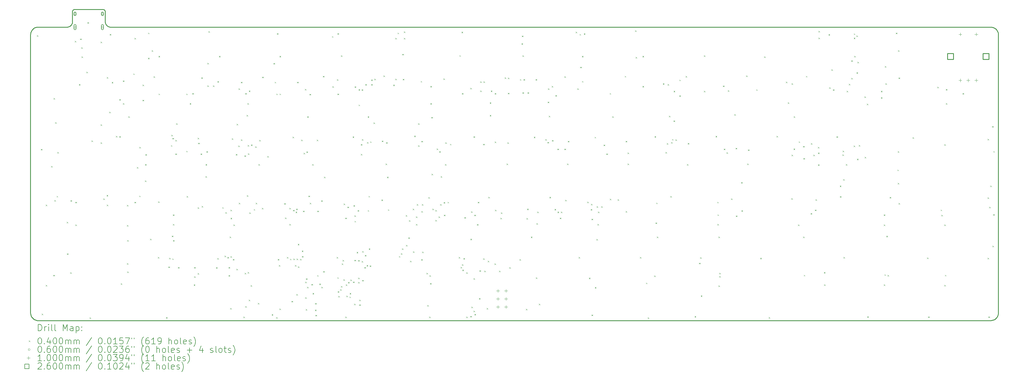
<source format=gbr>
%TF.GenerationSoftware,KiCad,Pcbnew,(6.0.8)*%
%TF.CreationDate,2023-04-08T23:36:12-04:00*%
%TF.ProjectId,keeb,6b656562-2e6b-4696-9361-645f70636258,rev?*%
%TF.SameCoordinates,Original*%
%TF.FileFunction,Drillmap*%
%TF.FilePolarity,Positive*%
%FSLAX45Y45*%
G04 Gerber Fmt 4.5, Leading zero omitted, Abs format (unit mm)*
G04 Created by KiCad (PCBNEW (6.0.8)) date 2023-04-08 23:36:12*
%MOMM*%
%LPD*%
G01*
G04 APERTURE LIST*
%ADD10C,0.250000*%
%ADD11C,0.200000*%
%ADD12C,0.040000*%
%ADD13C,0.060000*%
%ADD14C,0.100000*%
%ADD15C,0.260000*%
G04 APERTURE END LIST*
D10*
X8543605Y-6665056D02*
X8538764Y-6637624D01*
X8525386Y-6614306D01*
X8505192Y-6596823D01*
X8479900Y-6586893D01*
X8463821Y-6585273D01*
X7586218Y-6585273D02*
X7558785Y-6590114D01*
X7535468Y-6603491D01*
X7517984Y-6623685D01*
X7508055Y-6648977D01*
X7506434Y-6665056D01*
X6190028Y-7383097D02*
X6190028Y-16159140D01*
X20790174Y-7143750D02*
X36427486Y-7143750D01*
X6429375Y-7143750D02*
X7346871Y-7143750D01*
X36666830Y-7383097D02*
X36666830Y-16159140D01*
X7586218Y-6585273D02*
X8463821Y-6585273D01*
X8543605Y-6984185D02*
X8546847Y-7016343D01*
X8556144Y-7046295D01*
X8570856Y-7073399D01*
X8590339Y-7097014D01*
X8613954Y-7116499D01*
X8641058Y-7131210D01*
X8671010Y-7140508D01*
X8703168Y-7143750D01*
X8703168Y-7143750D02*
X20790174Y-7143750D01*
X6429375Y-7143750D02*
X6392925Y-7146508D01*
X6358201Y-7154510D01*
X6325609Y-7167352D01*
X6295554Y-7184626D01*
X6268444Y-7205927D01*
X6244684Y-7230849D01*
X6224679Y-7258986D01*
X6208837Y-7289931D01*
X6197564Y-7323280D01*
X6191264Y-7358625D01*
X6190028Y-7383097D01*
X6429375Y-16398486D02*
X36427486Y-16398486D01*
X36427486Y-16398486D02*
X36463935Y-16395729D01*
X36498658Y-16387726D01*
X36531250Y-16374884D01*
X36561304Y-16357610D01*
X36588414Y-16336309D01*
X36612174Y-16311387D01*
X36632179Y-16283250D01*
X36648021Y-16252305D01*
X36659295Y-16218957D01*
X36665595Y-16183612D01*
X36666830Y-16159140D01*
X7346871Y-7143750D02*
X7379029Y-7140508D01*
X7408981Y-7131210D01*
X7436085Y-7116499D01*
X7459700Y-7097014D01*
X7479183Y-7073399D01*
X7493895Y-7046295D01*
X7503192Y-7016343D01*
X7506434Y-6984185D01*
X6190028Y-16159140D02*
X6192786Y-16195590D01*
X6200789Y-16230315D01*
X6213631Y-16262907D01*
X6230905Y-16292961D01*
X6252206Y-16320072D01*
X6277129Y-16343832D01*
X6305265Y-16363836D01*
X6336211Y-16379677D01*
X6369559Y-16390951D01*
X6404903Y-16397251D01*
X6429375Y-16398486D01*
X7506434Y-6665056D02*
X7506434Y-6984185D01*
X8543605Y-6665056D02*
X8543605Y-6984185D01*
X36666830Y-7383094D02*
X36664073Y-7346644D01*
X36656070Y-7311920D01*
X36643228Y-7279328D01*
X36625953Y-7249274D01*
X36604652Y-7222164D01*
X36579729Y-7198404D01*
X36551593Y-7178400D01*
X36520648Y-7162559D01*
X36487301Y-7151285D01*
X36451957Y-7144986D01*
X36427486Y-7143750D01*
D11*
D12*
X6392500Y-7402500D02*
X6432500Y-7442500D01*
X6432500Y-7402500D02*
X6392500Y-7442500D01*
X6515000Y-10988000D02*
X6555000Y-11028000D01*
X6555000Y-10988000D02*
X6515000Y-11028000D01*
X6543000Y-16179000D02*
X6583000Y-16219000D01*
X6583000Y-16179000D02*
X6543000Y-16219000D01*
X6671200Y-12743500D02*
X6711200Y-12783500D01*
X6711200Y-12743500D02*
X6671200Y-12783500D01*
X6671200Y-15275000D02*
X6711200Y-15315000D01*
X6711200Y-15275000D02*
X6671200Y-15315000D01*
X6838062Y-11527500D02*
X6878062Y-11567500D01*
X6878062Y-11527500D02*
X6838062Y-11567500D01*
X6909325Y-14957500D02*
X6949325Y-14997500D01*
X6949325Y-14957500D02*
X6909325Y-14997500D01*
X6917437Y-9384375D02*
X6957437Y-9424375D01*
X6957437Y-9384375D02*
X6917437Y-9424375D01*
X6942000Y-12603000D02*
X6982000Y-12643000D01*
X6982000Y-12603000D02*
X6942000Y-12643000D01*
X6966475Y-10146875D02*
X7006475Y-10186875D01*
X7006475Y-10146875D02*
X6966475Y-10186875D01*
X7014000Y-12470000D02*
X7054000Y-12510000D01*
X7054000Y-12470000D02*
X7014000Y-12510000D01*
X7036000Y-11087000D02*
X7076000Y-11127000D01*
X7076000Y-11087000D02*
X7036000Y-11127000D01*
X7328000Y-13289000D02*
X7368000Y-13329000D01*
X7368000Y-13289000D02*
X7328000Y-13329000D01*
X7342000Y-14280000D02*
X7382000Y-14320000D01*
X7382000Y-14280000D02*
X7342000Y-14320000D01*
X7442725Y-14878125D02*
X7482725Y-14918125D01*
X7482725Y-14878125D02*
X7442725Y-14918125D01*
X7451000Y-12605000D02*
X7491000Y-12645000D01*
X7491000Y-12605000D02*
X7451000Y-12645000D01*
X7587500Y-7577500D02*
X7627500Y-7617500D01*
X7627500Y-7577500D02*
X7587500Y-7617500D01*
X7601475Y-12655625D02*
X7641475Y-12695625D01*
X7641475Y-12655625D02*
X7601475Y-12695625D01*
X7601475Y-13370000D02*
X7641475Y-13410000D01*
X7641475Y-13370000D02*
X7601475Y-13410000D01*
X7716692Y-8941646D02*
X7756692Y-8981646D01*
X7756692Y-8941646D02*
X7716692Y-8981646D01*
X7752500Y-7507500D02*
X7792500Y-7547500D01*
X7792500Y-7507500D02*
X7752500Y-7547500D01*
X7785000Y-7785000D02*
X7825000Y-7825000D01*
X7825000Y-7785000D02*
X7785000Y-7825000D01*
X7796067Y-8068521D02*
X7836067Y-8108521D01*
X7836067Y-8068521D02*
X7796067Y-8108521D01*
X7947513Y-8553212D02*
X7987513Y-8593212D01*
X7987513Y-8553212D02*
X7947513Y-8593212D01*
X7981000Y-6990400D02*
X8021000Y-7030400D01*
X8021000Y-6990400D02*
X7981000Y-7030400D01*
X8053000Y-16299000D02*
X8093000Y-16339000D01*
X8093000Y-16299000D02*
X8053000Y-16339000D01*
X8109000Y-10722000D02*
X8149000Y-10762000D01*
X8149000Y-10722000D02*
X8109000Y-10762000D01*
X8395000Y-10780550D02*
X8435000Y-10820550D01*
X8435000Y-10780550D02*
X8395000Y-10820550D01*
X8398000Y-10211000D02*
X8438000Y-10251000D01*
X8438000Y-10211000D02*
X8398000Y-10251000D01*
X8400000Y-7605000D02*
X8440000Y-7645000D01*
X8440000Y-7605000D02*
X8400000Y-7645000D01*
X8483000Y-12547000D02*
X8523000Y-12587000D01*
X8523000Y-12547000D02*
X8483000Y-12587000D01*
X8587500Y-12442500D02*
X8627500Y-12482500D01*
X8627500Y-12442500D02*
X8587500Y-12482500D01*
X8589817Y-8723750D02*
X8629817Y-8763750D01*
X8629817Y-8723750D02*
X8589817Y-8763750D01*
X8589817Y-12743500D02*
X8629817Y-12783500D01*
X8629817Y-12743500D02*
X8589817Y-12783500D01*
X8669192Y-9814771D02*
X8709192Y-9854771D01*
X8709192Y-9814771D02*
X8669192Y-9854771D01*
X8685000Y-7365000D02*
X8725000Y-7405000D01*
X8725000Y-7365000D02*
X8685000Y-7405000D01*
X8748567Y-8875575D02*
X8788567Y-8915575D01*
X8788567Y-8875575D02*
X8748567Y-8915575D01*
X8882105Y-10578463D02*
X8922105Y-10618463D01*
X8922105Y-10578463D02*
X8882105Y-10618463D01*
X8986692Y-9417896D02*
X9026692Y-9457896D01*
X9026692Y-9417896D02*
X8986692Y-9457896D01*
X8986692Y-10584125D02*
X9026692Y-10624125D01*
X9026692Y-10584125D02*
X8986692Y-10624125D01*
X9030225Y-15226875D02*
X9070225Y-15266875D01*
X9070225Y-15226875D02*
X9030225Y-15266875D01*
X9097450Y-8828750D02*
X9137450Y-8868750D01*
X9137450Y-8828750D02*
X9097450Y-8868750D01*
X9097450Y-9543125D02*
X9137450Y-9583125D01*
X9137450Y-9543125D02*
X9097450Y-9583125D01*
X9224817Y-12751646D02*
X9264817Y-12791646D01*
X9264817Y-12751646D02*
X9224817Y-12791646D01*
X9224817Y-13386646D02*
X9264817Y-13426646D01*
X9264817Y-13386646D02*
X9224817Y-13426646D01*
X9230000Y-14590000D02*
X9270000Y-14630000D01*
X9270000Y-14590000D02*
X9230000Y-14630000D01*
X9237000Y-13861000D02*
X9277000Y-13901000D01*
X9277000Y-13861000D02*
X9237000Y-13901000D01*
X9238300Y-14851700D02*
X9278300Y-14891700D01*
X9278300Y-14851700D02*
X9238300Y-14891700D01*
X9268350Y-9956875D02*
X9308350Y-9996875D01*
X9308350Y-9956875D02*
X9268350Y-9996875D01*
X9427100Y-8607500D02*
X9467100Y-8647500D01*
X9467100Y-8607500D02*
X9427100Y-8647500D01*
X9462942Y-12655625D02*
X9502942Y-12695625D01*
X9502942Y-12655625D02*
X9462942Y-12695625D01*
X9465000Y-7485000D02*
X9505000Y-7525000D01*
X9505000Y-7485000D02*
X9465000Y-7525000D01*
X9542317Y-11561021D02*
X9582317Y-11601021D01*
X9582317Y-11561021D02*
X9542317Y-11601021D01*
X9612500Y-12460000D02*
X9652500Y-12500000D01*
X9652500Y-12460000D02*
X9612500Y-12500000D01*
X9614767Y-10925450D02*
X9654767Y-10965450D01*
X9654767Y-10925450D02*
X9614767Y-10965450D01*
X9715713Y-8961875D02*
X9755713Y-9001875D01*
X9755713Y-8961875D02*
X9715713Y-9001875D01*
X9715713Y-9438125D02*
X9755713Y-9478125D01*
X9755713Y-9438125D02*
X9715713Y-9478125D01*
X9791425Y-11981500D02*
X9831425Y-12021500D01*
X9831425Y-11981500D02*
X9791425Y-12021500D01*
X9798350Y-11465000D02*
X9838350Y-11505000D01*
X9838350Y-11465000D02*
X9798350Y-11505000D01*
X9807000Y-11150000D02*
X9847000Y-11190000D01*
X9847000Y-11150000D02*
X9807000Y-11190000D01*
X9891200Y-7320625D02*
X9931200Y-7360625D01*
X9931200Y-7320625D02*
X9891200Y-7360625D01*
X9891200Y-8114375D02*
X9931200Y-8154375D01*
X9931200Y-8114375D02*
X9891200Y-8154375D01*
X9955000Y-13822500D02*
X9995000Y-13862500D01*
X9995000Y-13822500D02*
X9955000Y-13862500D01*
X10007500Y-7875000D02*
X10047500Y-7915000D01*
X10047500Y-7875000D02*
X10007500Y-7915000D01*
X10062500Y-8697500D02*
X10102500Y-8737500D01*
X10102500Y-8697500D02*
X10062500Y-8737500D01*
X10203500Y-14394500D02*
X10243500Y-14434500D01*
X10243500Y-14394500D02*
X10203500Y-14434500D01*
X10209000Y-12645550D02*
X10249000Y-12685550D01*
X10249000Y-12645550D02*
X10209000Y-12685550D01*
X10220850Y-8051875D02*
X10260850Y-8091875D01*
X10260850Y-8051875D02*
X10220850Y-8091875D01*
X10220850Y-9242500D02*
X10260850Y-9282500D01*
X10260850Y-9242500D02*
X10220850Y-9282500D01*
X10460000Y-16292000D02*
X10500000Y-16332000D01*
X10500000Y-16292000D02*
X10460000Y-16332000D01*
X10533000Y-14696000D02*
X10573000Y-14736000D01*
X10573000Y-14696000D02*
X10533000Y-14736000D01*
X10557000Y-14422000D02*
X10597000Y-14462000D01*
X10597000Y-14422000D02*
X10557000Y-14462000D01*
X10611000Y-10869450D02*
X10651000Y-10909450D01*
X10651000Y-10869450D02*
X10611000Y-10909450D01*
X10625000Y-10542500D02*
X10665000Y-10582500D01*
X10665000Y-10542500D02*
X10625000Y-10582500D01*
X10644000Y-13723000D02*
X10684000Y-13763000D01*
X10684000Y-13723000D02*
X10644000Y-13763000D01*
X10654840Y-14442428D02*
X10694840Y-14482428D01*
X10694840Y-14442428D02*
X10654840Y-14482428D01*
X10660000Y-10640000D02*
X10700000Y-10680000D01*
X10700000Y-10640000D02*
X10660000Y-10680000D01*
X10677606Y-13053800D02*
X10717606Y-13093800D01*
X10717606Y-13053800D02*
X10677606Y-13093800D01*
X10677606Y-13353125D02*
X10717606Y-13393125D01*
X10717606Y-13353125D02*
X10677606Y-13393125D01*
X10680000Y-13862500D02*
X10720000Y-13902500D01*
X10720000Y-13862500D02*
X10680000Y-13902500D01*
X10749000Y-10704950D02*
X10789000Y-10744950D01*
X10789000Y-10704950D02*
X10749000Y-10744950D01*
X10750817Y-11130600D02*
X10790817Y-11170600D01*
X10790817Y-11130600D02*
X10750817Y-11170600D01*
X10776475Y-10178125D02*
X10816475Y-10218125D01*
X10816475Y-10178125D02*
X10776475Y-10218125D01*
X10838500Y-14712000D02*
X10878500Y-14752000D01*
X10878500Y-14712000D02*
X10838500Y-14752000D01*
X11093975Y-9242500D02*
X11133975Y-9282500D01*
X11133975Y-9242500D02*
X11093975Y-9282500D01*
X11093975Y-11046350D02*
X11133975Y-11086350D01*
X11133975Y-11046350D02*
X11093975Y-11086350D01*
X11105000Y-12475000D02*
X11145000Y-12515000D01*
X11145000Y-12475000D02*
X11105000Y-12515000D01*
X11203687Y-9543125D02*
X11243687Y-9583125D01*
X11243687Y-9543125D02*
X11203687Y-9583125D01*
X11283062Y-9225625D02*
X11323062Y-9265625D01*
X11323062Y-9225625D02*
X11283062Y-9265625D01*
X11332100Y-15258125D02*
X11372100Y-15298125D01*
X11372100Y-15258125D02*
X11332100Y-15298125D01*
X11346500Y-14712000D02*
X11386500Y-14752000D01*
X11386500Y-14712000D02*
X11346500Y-14752000D01*
X11346500Y-15004100D02*
X11386500Y-15044100D01*
X11386500Y-15004100D02*
X11346500Y-15044100D01*
X11452175Y-12831021D02*
X11492175Y-12871021D01*
X11492175Y-12831021D02*
X11452175Y-12871021D01*
X11453000Y-10636700D02*
X11493000Y-10676700D01*
X11493000Y-10636700D02*
X11453000Y-10676700D01*
X11455000Y-14902500D02*
X11495000Y-14942500D01*
X11495000Y-14902500D02*
X11455000Y-14942500D01*
X11468000Y-10793450D02*
X11508000Y-10833450D01*
X11508000Y-10793450D02*
X11468000Y-10833450D01*
X11544600Y-11130625D02*
X11584600Y-11170625D01*
X11584600Y-11130625D02*
X11544600Y-11170625D01*
X11567000Y-8732000D02*
X11607000Y-8772000D01*
X11607000Y-8732000D02*
X11567000Y-8772000D01*
X11582500Y-12787500D02*
X11622500Y-12827500D01*
X11622500Y-12787500D02*
X11582500Y-12827500D01*
X11696425Y-11845000D02*
X11736425Y-11885000D01*
X11736425Y-11845000D02*
X11696425Y-11885000D01*
X11703350Y-11465000D02*
X11743350Y-11505000D01*
X11743350Y-11465000D02*
X11703350Y-11505000D01*
X11728975Y-11058175D02*
X11768975Y-11098175D01*
X11768975Y-11058175D02*
X11728975Y-11098175D01*
X11759312Y-8273125D02*
X11799312Y-8313125D01*
X11799312Y-8273125D02*
X11759312Y-8313125D01*
X11759312Y-8987500D02*
X11799312Y-9027500D01*
X11799312Y-8987500D02*
X11759312Y-9027500D01*
X11795000Y-7275000D02*
X11835000Y-7315000D01*
X11835000Y-7275000D02*
X11795000Y-7315000D01*
X11935000Y-8987500D02*
X11975000Y-9027500D01*
X11975000Y-8987500D02*
X11935000Y-9027500D01*
X12034000Y-14720000D02*
X12074000Y-14760000D01*
X12074000Y-14720000D02*
X12034000Y-14760000D01*
X12070000Y-14430000D02*
X12110000Y-14470000D01*
X12110000Y-14430000D02*
X12070000Y-14470000D01*
X12075000Y-8850000D02*
X12115000Y-8890000D01*
X12115000Y-8850000D02*
X12075000Y-8890000D01*
X12125850Y-8051875D02*
X12165850Y-8091875D01*
X12165850Y-8051875D02*
X12125850Y-8091875D01*
X12229458Y-12825349D02*
X12269458Y-12865349D01*
X12269458Y-12825349D02*
X12229458Y-12865349D01*
X12299000Y-14352450D02*
X12339000Y-14392450D01*
X12339000Y-14352450D02*
X12299000Y-14392450D01*
X12324400Y-12982002D02*
X12364400Y-13022002D01*
X12364400Y-12982002D02*
X12324400Y-13022002D01*
X12389272Y-14395358D02*
X12429272Y-14435358D01*
X12429272Y-14395358D02*
X12389272Y-14435358D01*
X12426000Y-14712000D02*
X12466000Y-14752000D01*
X12466000Y-14712000D02*
X12426000Y-14752000D01*
X12426000Y-14966000D02*
X12466000Y-15006000D01*
X12466000Y-14966000D02*
X12426000Y-15006000D01*
X12462000Y-13755000D02*
X12502000Y-13795000D01*
X12502000Y-13755000D02*
X12462000Y-13795000D01*
X12478000Y-16005990D02*
X12518000Y-16045990D01*
X12518000Y-16005990D02*
X12478000Y-16045990D01*
X12485416Y-14368040D02*
X12525416Y-14408040D01*
X12525416Y-14368040D02*
X12485416Y-14408040D01*
X12489000Y-12905000D02*
X12529000Y-12945000D01*
X12529000Y-12905000D02*
X12489000Y-12945000D01*
X12491000Y-13162000D02*
X12531000Y-13202000D01*
X12531000Y-13162000D02*
X12491000Y-13202000D01*
X12527500Y-10655000D02*
X12567500Y-10695000D01*
X12567500Y-10655000D02*
X12527500Y-10695000D01*
X12564000Y-14459000D02*
X12604000Y-14499000D01*
X12604000Y-14459000D02*
X12564000Y-14499000D01*
X12582605Y-13370000D02*
X12622605Y-13410000D01*
X12622605Y-13370000D02*
X12582605Y-13410000D01*
X12655850Y-11147500D02*
X12695850Y-11187500D01*
X12695850Y-11147500D02*
X12655850Y-11187500D01*
X12675000Y-14770000D02*
X12715000Y-14810000D01*
X12715000Y-14770000D02*
X12675000Y-14810000D01*
X12681475Y-10195000D02*
X12721475Y-10235000D01*
X12721475Y-10195000D02*
X12681475Y-10235000D01*
X12734000Y-10881000D02*
X12774000Y-10921000D01*
X12774000Y-10881000D02*
X12734000Y-10921000D01*
X12739000Y-9078000D02*
X12779000Y-9118000D01*
X12779000Y-9078000D02*
X12739000Y-9118000D01*
X12747000Y-12682550D02*
X12787000Y-12722550D01*
X12787000Y-12682550D02*
X12747000Y-12722550D01*
X12817500Y-8870050D02*
X12857500Y-8910050D01*
X12857500Y-8870050D02*
X12817500Y-8910050D01*
X12819700Y-10687896D02*
X12859700Y-10727896D01*
X12859700Y-10687896D02*
X12819700Y-10727896D01*
X12895000Y-16272000D02*
X12935000Y-16312000D01*
X12935000Y-16272000D02*
X12895000Y-16312000D01*
X12924312Y-11191300D02*
X12964312Y-11231300D01*
X12964312Y-11191300D02*
X12924312Y-11231300D01*
X12934000Y-14893550D02*
X12974000Y-14933550D01*
X12974000Y-14893550D02*
X12934000Y-14933550D01*
X12949937Y-9225625D02*
X12989937Y-9265625D01*
X12989937Y-9225625D02*
X12949937Y-9265625D01*
X12955000Y-15947500D02*
X12995000Y-15987500D01*
X12995000Y-15947500D02*
X12955000Y-15987500D01*
X12996762Y-9917500D02*
X13036762Y-9957500D01*
X13036762Y-9917500D02*
X12996762Y-9957500D01*
X13005000Y-12450000D02*
X13045000Y-12490000D01*
X13045000Y-12450000D02*
X13005000Y-12490000D01*
X13022387Y-9543125D02*
X13062387Y-9583125D01*
X13062387Y-9543125D02*
X13022387Y-9583125D01*
X13028000Y-10866000D02*
X13068000Y-10906000D01*
X13068000Y-10866000D02*
X13028000Y-10906000D01*
X13031273Y-14870573D02*
X13071273Y-14910573D01*
X13071273Y-14870573D02*
X13031273Y-14910573D01*
X13035000Y-11130000D02*
X13075000Y-11170000D01*
X13075000Y-11130000D02*
X13035000Y-11170000D01*
X13065000Y-15740000D02*
X13105000Y-15780000D01*
X13105000Y-15740000D02*
X13065000Y-15780000D01*
X13066200Y-9146250D02*
X13106200Y-9186250D01*
X13106200Y-9146250D02*
X13066200Y-9186250D01*
X13076875Y-12988550D02*
X13116875Y-13028550D01*
X13116875Y-12988550D02*
X13076875Y-13028550D01*
X13124500Y-15283500D02*
X13164500Y-15323500D01*
X13164500Y-15283500D02*
X13124500Y-15323500D01*
X13135000Y-10850050D02*
X13175000Y-10890050D01*
X13175000Y-10850050D02*
X13135000Y-10890050D01*
X13220000Y-12885000D02*
X13260000Y-12925000D01*
X13260000Y-12885000D02*
X13220000Y-12925000D01*
X13267500Y-10905050D02*
X13307500Y-10945050D01*
X13307500Y-10905050D02*
X13267500Y-10945050D01*
X13281000Y-12682550D02*
X13321000Y-12722550D01*
X13321000Y-12682550D02*
X13281000Y-12722550D01*
X13347500Y-15845000D02*
X13387500Y-15885000D01*
X13387500Y-15845000D02*
X13347500Y-15885000D01*
X13370225Y-11465000D02*
X13410225Y-11505000D01*
X13410225Y-11465000D02*
X13370225Y-11505000D01*
X13395000Y-10701696D02*
X13435000Y-10741696D01*
X13435000Y-10701696D02*
X13395000Y-10741696D01*
X13475000Y-12847500D02*
X13515000Y-12887500D01*
X13515000Y-12847500D02*
X13475000Y-12887500D01*
X13483000Y-8710000D02*
X13523000Y-8750000D01*
X13523000Y-8710000D02*
X13483000Y-8750000D01*
X13644975Y-11210000D02*
X13684975Y-11250000D01*
X13684975Y-11210000D02*
X13644975Y-11250000D01*
X13786000Y-16200000D02*
X13826000Y-16240000D01*
X13826000Y-16200000D02*
X13786000Y-16240000D01*
X13842500Y-8277500D02*
X13882500Y-8317500D01*
X13882500Y-8277500D02*
X13842500Y-8317500D01*
X13879025Y-8870000D02*
X13919025Y-8910000D01*
X13919025Y-8870000D02*
X13879025Y-8910000D01*
X13924600Y-16289950D02*
X13964600Y-16329950D01*
X13964600Y-16289950D02*
X13924600Y-16329950D01*
X13930900Y-9242500D02*
X13970900Y-9282500D01*
X13970900Y-9242500D02*
X13930900Y-9282500D01*
X13951475Y-7337500D02*
X13991475Y-7377500D01*
X13991475Y-7337500D02*
X13951475Y-7377500D01*
X13976000Y-14459000D02*
X14016000Y-14499000D01*
X14016000Y-14459000D02*
X13976000Y-14499000D01*
X14013500Y-14648500D02*
X14053500Y-14688500D01*
X14053500Y-14648500D02*
X14013500Y-14688500D01*
X14030000Y-16022450D02*
X14070000Y-16062450D01*
X14070000Y-16022450D02*
X14030000Y-16062450D01*
X14030850Y-8051875D02*
X14070850Y-8091875D01*
X14070850Y-8051875D02*
X14030850Y-8091875D01*
X14030850Y-9242500D02*
X14070850Y-9282500D01*
X14070850Y-9242500D02*
X14030850Y-9282500D01*
X14181000Y-12698550D02*
X14221000Y-12738550D01*
X14221000Y-12698550D02*
X14181000Y-12738550D01*
X14204000Y-13148521D02*
X14244000Y-13188521D01*
X14244000Y-13148521D02*
X14204000Y-13188521D01*
X14267500Y-14394500D02*
X14307500Y-14434500D01*
X14307500Y-14394500D02*
X14267500Y-14434500D01*
X14339950Y-13353125D02*
X14379950Y-13393125D01*
X14379950Y-13353125D02*
X14339950Y-13393125D01*
X14343700Y-12845100D02*
X14383700Y-12885100D01*
X14383700Y-12845100D02*
X14343700Y-12885100D01*
X14363000Y-14450000D02*
X14403000Y-14490000D01*
X14403000Y-14450000D02*
X14363000Y-14490000D01*
X14407200Y-15778800D02*
X14447200Y-15818800D01*
X14447200Y-15778800D02*
X14407200Y-15818800D01*
X14440000Y-10602500D02*
X14480000Y-10642500D01*
X14480000Y-10602500D02*
X14440000Y-10642500D01*
X14458000Y-12909462D02*
X14498000Y-12949462D01*
X14498000Y-12909462D02*
X14458000Y-12949462D01*
X14467230Y-14448230D02*
X14507230Y-14488230D01*
X14507230Y-14448230D02*
X14467230Y-14488230D01*
X14521500Y-14648500D02*
X14561500Y-14688500D01*
X14561500Y-14648500D02*
X14521500Y-14688500D01*
X14539624Y-12967147D02*
X14579624Y-13007147D01*
X14579624Y-12967147D02*
X14539624Y-13007147D01*
X14557676Y-12869950D02*
X14597676Y-12909950D01*
X14597676Y-12869950D02*
X14557676Y-12909950D01*
X14559600Y-15562900D02*
X14599600Y-15602900D01*
X14599600Y-15562900D02*
X14559600Y-15602900D01*
X14567638Y-14446179D02*
X14607638Y-14486179D01*
X14607638Y-14446179D02*
X14567638Y-14486179D01*
X14585000Y-8870000D02*
X14625000Y-8910000D01*
X14625000Y-8870000D02*
X14585000Y-8910000D01*
X14608000Y-13980000D02*
X14648000Y-14020000D01*
X14648000Y-13980000D02*
X14608000Y-14020000D01*
X14611395Y-14692192D02*
X14651395Y-14732192D01*
X14651395Y-14692192D02*
X14611395Y-14732192D01*
X14678284Y-14454364D02*
X14718284Y-14494364D01*
X14718284Y-14454364D02*
X14678284Y-14494364D01*
X14712000Y-10695650D02*
X14752000Y-10735650D01*
X14752000Y-10695650D02*
X14712000Y-10735650D01*
X14735000Y-14192000D02*
X14775000Y-14232000D01*
X14775000Y-14192000D02*
X14735000Y-14232000D01*
X14736270Y-14365730D02*
X14776270Y-14405730D01*
X14776270Y-14365730D02*
X14736270Y-14405730D01*
X14775500Y-12934000D02*
X14815500Y-12974000D01*
X14815500Y-12934000D02*
X14775500Y-12974000D01*
X14787733Y-11110298D02*
X14827733Y-11150298D01*
X14827733Y-11110298D02*
X14787733Y-11150298D01*
X14830000Y-9097550D02*
X14870000Y-9137550D01*
X14870000Y-9097550D02*
X14830000Y-9137550D01*
X14838000Y-15177000D02*
X14878000Y-15217000D01*
X14878000Y-15177000D02*
X14838000Y-15217000D01*
X14839000Y-15664500D02*
X14879000Y-15704500D01*
X14879000Y-15664500D02*
X14839000Y-15704500D01*
X14857620Y-16038720D02*
X14897620Y-16078720D01*
X14897620Y-16038720D02*
X14857620Y-16078720D01*
X14866000Y-15069000D02*
X14906000Y-15109000D01*
X14906000Y-15069000D02*
X14866000Y-15109000D01*
X14878350Y-11068125D02*
X14918350Y-11108125D01*
X14918350Y-11068125D02*
X14878350Y-11108125D01*
X14902500Y-15338050D02*
X14942500Y-15378050D01*
X14942500Y-15338050D02*
X14902500Y-15378050D01*
X14903975Y-9956875D02*
X14943975Y-9996875D01*
X14943975Y-9956875D02*
X14903975Y-9996875D01*
X14945000Y-12460000D02*
X14985000Y-12500000D01*
X14985000Y-12460000D02*
X14945000Y-12500000D01*
X14978700Y-9251000D02*
X15018700Y-9291000D01*
X15018700Y-9251000D02*
X14978700Y-9291000D01*
X14983350Y-12686875D02*
X15023350Y-12726875D01*
X15023350Y-12686875D02*
X14983350Y-12726875D01*
X15034000Y-15247000D02*
X15074000Y-15287000D01*
X15074000Y-15247000D02*
X15034000Y-15287000D01*
X15060650Y-11465000D02*
X15100650Y-11505000D01*
X15100650Y-11465000D02*
X15060650Y-11505000D01*
X15072970Y-15528550D02*
X15112970Y-15568550D01*
X15112970Y-15528550D02*
X15072970Y-15568550D01*
X15150000Y-16055000D02*
X15190000Y-16095000D01*
X15190000Y-16055000D02*
X15150000Y-16095000D01*
X15155717Y-15847271D02*
X15195717Y-15887271D01*
X15195717Y-15847271D02*
X15155717Y-15887271D01*
X15160000Y-16220000D02*
X15200000Y-16260000D01*
X15200000Y-16220000D02*
X15160000Y-16260000D01*
X15207300Y-10695650D02*
X15247300Y-10735650D01*
X15247300Y-10695650D02*
X15207300Y-10735650D01*
X15217000Y-14966000D02*
X15257000Y-15006000D01*
X15257000Y-14966000D02*
X15217000Y-15006000D01*
X15220000Y-12934000D02*
X15260000Y-12974000D01*
X15260000Y-12934000D02*
X15220000Y-12974000D01*
X15284000Y-15234000D02*
X15324000Y-15274000D01*
X15324000Y-15234000D02*
X15284000Y-15274000D01*
X15344000Y-12607000D02*
X15384000Y-12647000D01*
X15384000Y-12607000D02*
X15344000Y-12647000D01*
X15347000Y-15338050D02*
X15387000Y-15378050D01*
X15387000Y-15338050D02*
X15347000Y-15378050D01*
X15401000Y-8684000D02*
X15441000Y-8724000D01*
X15441000Y-8684000D02*
X15401000Y-8724000D01*
X15410500Y-14839000D02*
X15450500Y-14879000D01*
X15450500Y-14839000D02*
X15410500Y-14879000D01*
X15433975Y-11861875D02*
X15473975Y-11901875D01*
X15473975Y-11861875D02*
X15433975Y-11901875D01*
X15683000Y-7431000D02*
X15723000Y-7471000D01*
X15723000Y-7431000D02*
X15683000Y-7471000D01*
X15697550Y-9008000D02*
X15737550Y-9048000D01*
X15737550Y-9008000D02*
X15697550Y-9048000D01*
X15832500Y-14395000D02*
X15872500Y-14435000D01*
X15872500Y-14395000D02*
X15832500Y-14435000D01*
X15842450Y-8787500D02*
X15882450Y-8827500D01*
X15882450Y-8787500D02*
X15842450Y-8827500D01*
X15851500Y-15035500D02*
X15891500Y-15075500D01*
X15891500Y-15035500D02*
X15851500Y-15075500D01*
X15856475Y-7337500D02*
X15896475Y-7377500D01*
X15896475Y-7337500D02*
X15856475Y-7377500D01*
X15856475Y-9242500D02*
X15896475Y-9282500D01*
X15896475Y-9242500D02*
X15856475Y-9282500D01*
X15862000Y-15475000D02*
X15902000Y-15515000D01*
X15902000Y-15475000D02*
X15862000Y-15515000D01*
X15883050Y-15624000D02*
X15923050Y-15664000D01*
X15923050Y-15624000D02*
X15883050Y-15664000D01*
X15939058Y-15411344D02*
X15979058Y-15451344D01*
X15979058Y-15411344D02*
X15939058Y-15451344D01*
X15966187Y-8035000D02*
X16006187Y-8075000D01*
X16006187Y-8035000D02*
X15966187Y-8075000D01*
X15969000Y-15307000D02*
X16009000Y-15347000D01*
X16009000Y-15307000D02*
X15969000Y-15347000D01*
X15989325Y-14597847D02*
X16029325Y-14637847D01*
X16029325Y-14597847D02*
X15989325Y-14637847D01*
X16018000Y-14490000D02*
X16058000Y-14530000D01*
X16058000Y-14490000D02*
X16018000Y-14530000D01*
X16043000Y-15098000D02*
X16083000Y-15138000D01*
X16083000Y-15098000D02*
X16043000Y-15138000D01*
X16049000Y-12712550D02*
X16089000Y-12752550D01*
X16089000Y-12712550D02*
X16049000Y-12752550D01*
X16100505Y-13156250D02*
X16140505Y-13196250D01*
X16140505Y-13156250D02*
X16100505Y-13196250D01*
X16105000Y-16275000D02*
X16145000Y-16315000D01*
X16145000Y-16275000D02*
X16105000Y-16315000D01*
X16120424Y-15256068D02*
X16160424Y-15296068D01*
X16160424Y-15256068D02*
X16120424Y-15296068D01*
X16137398Y-15614248D02*
X16177398Y-15654248D01*
X16177398Y-15614248D02*
X16137398Y-15654248D01*
X16169055Y-12808550D02*
X16209055Y-12848550D01*
X16209055Y-12808550D02*
X16169055Y-12848550D01*
X16190645Y-15184941D02*
X16230645Y-15224941D01*
X16230645Y-15184941D02*
X16190645Y-15224941D01*
X16232500Y-15645000D02*
X16272500Y-15685000D01*
X16272500Y-15645000D02*
X16232500Y-15685000D01*
X16241000Y-15533000D02*
X16281000Y-15573000D01*
X16281000Y-15533000D02*
X16241000Y-15573000D01*
X16263095Y-15108500D02*
X16303095Y-15148500D01*
X16303095Y-15108500D02*
X16263095Y-15148500D01*
X16335000Y-10596000D02*
X16375000Y-10636000D01*
X16375000Y-10596000D02*
X16335000Y-10636000D01*
X16346565Y-15170272D02*
X16386565Y-15210272D01*
X16386565Y-15170272D02*
X16346565Y-15210272D01*
X16360000Y-12763550D02*
X16400000Y-12803550D01*
X16400000Y-12763550D02*
X16360000Y-12803550D01*
X16380000Y-15870000D02*
X16420000Y-15910000D01*
X16420000Y-15870000D02*
X16380000Y-15910000D01*
X16388400Y-14483400D02*
X16428400Y-14523400D01*
X16428400Y-14483400D02*
X16388400Y-14523400D01*
X16392605Y-13083800D02*
X16432605Y-13123800D01*
X16432605Y-13083800D02*
X16392605Y-13123800D01*
X16395000Y-13257500D02*
X16435000Y-13297500D01*
X16435000Y-13257500D02*
X16395000Y-13297500D01*
X16398000Y-9016000D02*
X16438000Y-9056000D01*
X16438000Y-9016000D02*
X16398000Y-9056000D01*
X16462000Y-14232000D02*
X16502000Y-14272000D01*
X16502000Y-14232000D02*
X16462000Y-14272000D01*
X16491475Y-12918075D02*
X16531475Y-12958075D01*
X16531475Y-12918075D02*
X16491475Y-12958075D01*
X16505500Y-15183500D02*
X16545500Y-15223500D01*
X16545500Y-15183500D02*
X16505500Y-15223500D01*
X16507000Y-15045000D02*
X16547000Y-15085000D01*
X16547000Y-15045000D02*
X16507000Y-15085000D01*
X16510000Y-14493206D02*
X16550000Y-14533206D01*
X16550000Y-14493206D02*
X16510000Y-14533206D01*
X16520000Y-9105000D02*
X16560000Y-9145000D01*
X16560000Y-9105000D02*
X16520000Y-9145000D01*
X16520000Y-9590000D02*
X16560000Y-9630000D01*
X16560000Y-9590000D02*
X16520000Y-9630000D01*
X16540800Y-15740700D02*
X16580800Y-15780700D01*
X16580800Y-15740700D02*
X16540800Y-15780700D01*
X16545000Y-15890000D02*
X16585000Y-15930000D01*
X16585000Y-15890000D02*
X16545000Y-15930000D01*
X16592850Y-11141875D02*
X16632850Y-11181875D01*
X16632850Y-11141875D02*
X16592850Y-11181875D01*
X16593000Y-10835050D02*
X16633000Y-10875050D01*
X16633000Y-10835050D02*
X16593000Y-10875050D01*
X16618000Y-14525000D02*
X16658000Y-14565000D01*
X16658000Y-14525000D02*
X16618000Y-14565000D01*
X16619918Y-9107550D02*
X16659918Y-9147550D01*
X16659918Y-9107550D02*
X16619918Y-9147550D01*
X16630014Y-10677450D02*
X16670014Y-10717450D01*
X16670014Y-10677450D02*
X16630014Y-10717450D01*
X16637616Y-15118247D02*
X16677616Y-15158247D01*
X16677616Y-15118247D02*
X16637616Y-15158247D01*
X16638000Y-14209000D02*
X16678000Y-14249000D01*
X16678000Y-14209000D02*
X16638000Y-14249000D01*
X16701480Y-14713480D02*
X16741480Y-14753480D01*
X16741480Y-14713480D02*
X16701480Y-14753480D01*
X16720000Y-14331000D02*
X16760000Y-14371000D01*
X16760000Y-14331000D02*
X16720000Y-14371000D01*
X16732000Y-8945013D02*
X16772000Y-8985013D01*
X16772000Y-8945013D02*
X16732000Y-8985013D01*
X16775630Y-14646458D02*
X16815630Y-14686458D01*
X16815630Y-14646458D02*
X16775630Y-14686458D01*
X16787430Y-10771682D02*
X16827430Y-10811682D01*
X16827430Y-10771682D02*
X16787430Y-10811682D01*
X16808975Y-9956875D02*
X16848975Y-9996875D01*
X16848975Y-9956875D02*
X16808975Y-9996875D01*
X16808975Y-12918075D02*
X16848975Y-12958075D01*
X16848975Y-12918075D02*
X16808975Y-12958075D01*
X16835000Y-12470000D02*
X16875000Y-12510000D01*
X16875000Y-12470000D02*
X16835000Y-12510000D01*
X16844000Y-14123000D02*
X16884000Y-14163000D01*
X16884000Y-14123000D02*
X16844000Y-14163000D01*
X16875000Y-14661000D02*
X16915000Y-14701000D01*
X16915000Y-14661000D02*
X16875000Y-14701000D01*
X16885000Y-10750000D02*
X16925000Y-10790000D01*
X16925000Y-10750000D02*
X16885000Y-10790000D01*
X16918688Y-8945013D02*
X16958688Y-8985013D01*
X16958688Y-8945013D02*
X16918688Y-8985013D01*
X16919497Y-8800063D02*
X16959497Y-8840063D01*
X16959497Y-8800063D02*
X16919497Y-8840063D01*
X16993125Y-10152500D02*
X17033125Y-10192500D01*
X17033125Y-10152500D02*
X16993125Y-10192500D01*
X17015763Y-8773175D02*
X17055763Y-8813175D01*
X17055763Y-8773175D02*
X17015763Y-8813175D01*
X17240000Y-12584800D02*
X17280000Y-12624800D01*
X17280000Y-12584800D02*
X17240000Y-12624800D01*
X17253000Y-10725000D02*
X17293000Y-10765000D01*
X17293000Y-10725000D02*
X17253000Y-10765000D01*
X17303000Y-8673000D02*
X17343000Y-8713000D01*
X17343000Y-8673000D02*
X17303000Y-8713000D01*
X17369313Y-11448125D02*
X17409313Y-11488125D01*
X17409313Y-11448125D02*
X17369313Y-11488125D01*
X17390000Y-10775000D02*
X17430000Y-10815000D01*
X17430000Y-10775000D02*
X17390000Y-10815000D01*
X17418350Y-11861875D02*
X17458350Y-11901875D01*
X17458350Y-11861875D02*
X17418350Y-11901875D01*
X17443975Y-12893750D02*
X17483975Y-12933750D01*
X17483975Y-12893750D02*
X17443975Y-12933750D01*
X17614198Y-8961758D02*
X17654198Y-9001758D01*
X17654198Y-8961758D02*
X17614198Y-9001758D01*
X17676875Y-7486300D02*
X17716875Y-7526300D01*
X17716875Y-7486300D02*
X17676875Y-7526300D01*
X17676875Y-8773175D02*
X17716875Y-8813175D01*
X17716875Y-8773175D02*
X17676875Y-8813175D01*
X17749325Y-7320625D02*
X17789325Y-7360625D01*
X17789325Y-7320625D02*
X17749325Y-7360625D01*
X17791000Y-14366000D02*
X17831000Y-14406000D01*
X17831000Y-14366000D02*
X17791000Y-14406000D01*
X17855000Y-14276000D02*
X17895000Y-14316000D01*
X17895000Y-14276000D02*
X17855000Y-14316000D01*
X17886000Y-14122000D02*
X17926000Y-14162000D01*
X17926000Y-14122000D02*
X17886000Y-14162000D01*
X17900000Y-7990000D02*
X17940000Y-8030000D01*
X17940000Y-7990000D02*
X17900000Y-8030000D01*
X17915000Y-8777500D02*
X17955000Y-8817500D01*
X17955000Y-8777500D02*
X17915000Y-8817500D01*
X17945625Y-7486300D02*
X17985625Y-7526300D01*
X17985625Y-7486300D02*
X17945625Y-7526300D01*
X17950500Y-7282500D02*
X17990500Y-7322500D01*
X17990500Y-7282500D02*
X17950500Y-7322500D01*
X18005506Y-13076875D02*
X18045506Y-13116875D01*
X18045506Y-13076875D02*
X18005506Y-13116875D01*
X18015000Y-14012500D02*
X18055000Y-14052500D01*
X18055000Y-14012500D02*
X18015000Y-14052500D01*
X18087500Y-13777500D02*
X18127500Y-13817500D01*
X18127500Y-13777500D02*
X18087500Y-13817500D01*
X18107500Y-13232500D02*
X18147500Y-13272500D01*
X18147500Y-13232500D02*
X18107500Y-13272500D01*
X18140000Y-14512550D02*
X18180000Y-14552550D01*
X18180000Y-14512550D02*
X18140000Y-14552550D01*
X18226472Y-12869950D02*
X18266472Y-12909950D01*
X18266472Y-12869950D02*
X18226472Y-12909950D01*
X18233000Y-14215000D02*
X18273000Y-14255000D01*
X18273000Y-14215000D02*
X18233000Y-14255000D01*
X18274000Y-10567000D02*
X18314000Y-10607000D01*
X18314000Y-10567000D02*
X18274000Y-10607000D01*
X18327943Y-13115000D02*
X18367943Y-13155000D01*
X18367943Y-13115000D02*
X18327943Y-13155000D01*
X18327943Y-13353125D02*
X18367943Y-13393125D01*
X18367943Y-13353125D02*
X18327943Y-13393125D01*
X18353725Y-12725050D02*
X18393725Y-12765050D01*
X18393725Y-12725050D02*
X18353725Y-12765050D01*
X18395000Y-10874950D02*
X18435000Y-10914950D01*
X18435000Y-10874950D02*
X18395000Y-10914950D01*
X18396475Y-10178125D02*
X18436475Y-10218125D01*
X18436475Y-10178125D02*
X18396475Y-10218125D01*
X18475850Y-8845625D02*
X18515850Y-8885625D01*
X18515850Y-8845625D02*
X18475850Y-8885625D01*
X18493671Y-14465550D02*
X18533671Y-14505550D01*
X18533671Y-14465550D02*
X18493671Y-14505550D01*
X18496425Y-10733800D02*
X18536425Y-10773800D01*
X18536425Y-10733800D02*
X18496425Y-10773800D01*
X18499000Y-12946000D02*
X18539000Y-12986000D01*
X18539000Y-12946000D02*
X18499000Y-12986000D01*
X18513000Y-12725050D02*
X18553000Y-12765050D01*
X18553000Y-12725050D02*
X18513000Y-12765050D01*
X18522000Y-14228000D02*
X18562000Y-14268000D01*
X18562000Y-14228000D02*
X18522000Y-14268000D01*
X18660000Y-14897500D02*
X18700000Y-14937500D01*
X18700000Y-14897500D02*
X18660000Y-14937500D01*
X18687400Y-15911300D02*
X18727400Y-15951300D01*
X18727400Y-15911300D02*
X18687400Y-15951300D01*
X18717500Y-12510000D02*
X18757500Y-12550000D01*
X18757500Y-12510000D02*
X18717500Y-12550000D01*
X18742000Y-16272000D02*
X18782000Y-16312000D01*
X18782000Y-16272000D02*
X18742000Y-16312000D01*
X18749817Y-14974146D02*
X18789817Y-15014146D01*
X18789817Y-14974146D02*
X18749817Y-15014146D01*
X18772500Y-15215000D02*
X18812500Y-15255000D01*
X18812500Y-15215000D02*
X18772500Y-15255000D01*
X18781200Y-9004325D02*
X18821200Y-9044325D01*
X18821200Y-9004325D02*
X18781200Y-9044325D01*
X18781200Y-9543125D02*
X18821200Y-9583125D01*
X18821200Y-9543125D02*
X18781200Y-9583125D01*
X18814100Y-9981250D02*
X18854100Y-10021250D01*
X18854100Y-9981250D02*
X18814100Y-10021250D01*
X18818788Y-11771918D02*
X18858788Y-11811918D01*
X18858788Y-11771918D02*
X18818788Y-11811918D01*
X18843838Y-12869950D02*
X18883838Y-12909950D01*
X18883838Y-12869950D02*
X18843838Y-12909950D01*
X18940000Y-12916050D02*
X18980000Y-12956050D01*
X18980000Y-12916050D02*
X18940000Y-12956050D01*
X18940000Y-13227500D02*
X18980000Y-13267500D01*
X18980000Y-13227500D02*
X18940000Y-13267500D01*
X18982438Y-10971875D02*
X19022438Y-11011875D01*
X19022438Y-10971875D02*
X18982438Y-11011875D01*
X19042318Y-13115000D02*
X19082318Y-13155000D01*
X19082318Y-13115000D02*
X19042318Y-13155000D01*
X19061813Y-11058175D02*
X19101813Y-11098175D01*
X19101813Y-11058175D02*
X19061813Y-11098175D01*
X19089143Y-12725050D02*
X19129143Y-12765050D01*
X19129143Y-12725050D02*
X19089143Y-12765050D01*
X19108638Y-11845000D02*
X19148638Y-11885000D01*
X19148638Y-11845000D02*
X19108638Y-11885000D01*
X19195000Y-8767000D02*
X19235000Y-8807000D01*
X19235000Y-8767000D02*
X19195000Y-8807000D01*
X19200560Y-12664099D02*
X19240560Y-12704099D01*
X19240560Y-12664099D02*
X19200560Y-12704099D01*
X19207356Y-13061000D02*
X19247356Y-13101000D01*
X19247356Y-13061000D02*
X19207356Y-13101000D01*
X19243975Y-11465000D02*
X19283975Y-11505000D01*
X19283975Y-11465000D02*
X19243975Y-11505000D01*
X19249025Y-10781975D02*
X19289025Y-10821975D01*
X19289025Y-10781975D02*
X19249025Y-10821975D01*
X19323350Y-12655625D02*
X19363350Y-12695625D01*
X19363350Y-12655625D02*
X19323350Y-12695625D01*
X19399463Y-10826975D02*
X19439463Y-10866975D01*
X19439463Y-10826975D02*
X19399463Y-10866975D01*
X19672500Y-14392500D02*
X19712500Y-14432500D01*
X19712500Y-14392500D02*
X19672500Y-14432500D01*
X19696000Y-8033000D02*
X19736000Y-8073000D01*
X19736000Y-8033000D02*
X19696000Y-8073000D01*
X19733929Y-14710709D02*
X19773929Y-14750709D01*
X19773929Y-14710709D02*
X19733929Y-14750709D01*
X19764000Y-7291450D02*
X19804000Y-7331450D01*
X19804000Y-7291450D02*
X19764000Y-7331450D01*
X19776188Y-9225625D02*
X19816188Y-9265625D01*
X19816188Y-9225625D02*
X19776188Y-9265625D01*
X19778000Y-14621000D02*
X19818000Y-14661000D01*
X19818000Y-14621000D02*
X19778000Y-14661000D01*
X19790000Y-14793450D02*
X19830000Y-14833450D01*
X19830000Y-14793450D02*
X19790000Y-14833450D01*
X19822000Y-14428000D02*
X19862000Y-14468000D01*
X19862000Y-14428000D02*
X19822000Y-14468000D01*
X19852000Y-13139000D02*
X19892000Y-13179000D01*
X19892000Y-13139000D02*
X19852000Y-13179000D01*
X19910000Y-16275000D02*
X19950000Y-16315000D01*
X19950000Y-16275000D02*
X19910000Y-16315000D01*
X19912500Y-14880000D02*
X19952500Y-14920000D01*
X19952500Y-14880000D02*
X19912500Y-14920000D01*
X20038000Y-9062550D02*
X20078000Y-9102550D01*
X20078000Y-9062550D02*
X20038000Y-9102550D01*
X20038000Y-16254000D02*
X20078000Y-16294000D01*
X20078000Y-16254000D02*
X20038000Y-16294000D01*
X20042500Y-13820000D02*
X20082500Y-13860000D01*
X20082500Y-13820000D02*
X20042500Y-13860000D01*
X20067000Y-12959000D02*
X20107000Y-12999000D01*
X20107000Y-12959000D02*
X20067000Y-12999000D01*
X20070275Y-15959000D02*
X20110275Y-15999000D01*
X20110275Y-15959000D02*
X20070275Y-15999000D01*
X20138871Y-15064301D02*
X20178871Y-15104301D01*
X20178871Y-15064301D02*
X20138871Y-15104301D01*
X20140000Y-16090000D02*
X20180000Y-16130000D01*
X20180000Y-16090000D02*
X20140000Y-16130000D01*
X20143000Y-10589000D02*
X20183000Y-10629000D01*
X20183000Y-10589000D02*
X20143000Y-10629000D01*
X20167219Y-13061000D02*
X20207219Y-13101000D01*
X20207219Y-13061000D02*
X20167219Y-13101000D01*
X20169547Y-16189507D02*
X20209547Y-16229507D01*
X20209547Y-16189507D02*
X20169547Y-16229507D01*
X20253093Y-13357450D02*
X20293093Y-13397450D01*
X20293093Y-13357450D02*
X20253093Y-13397450D01*
X20275850Y-12655625D02*
X20315850Y-12695625D01*
X20315850Y-12655625D02*
X20275850Y-12695625D01*
X20315092Y-15688521D02*
X20355092Y-15728521D01*
X20355092Y-15688521D02*
X20315092Y-15728521D01*
X20325400Y-14813600D02*
X20365400Y-14853600D01*
X20365400Y-14813600D02*
X20325400Y-14853600D01*
X20351963Y-8859425D02*
X20391963Y-8899425D01*
X20391963Y-8859425D02*
X20351963Y-8899425D01*
X20351963Y-9146250D02*
X20391963Y-9186250D01*
X20391963Y-9146250D02*
X20351963Y-9186250D01*
X20444000Y-14439000D02*
X20484000Y-14479000D01*
X20484000Y-14439000D02*
X20444000Y-14479000D01*
X20448075Y-10826975D02*
X20488075Y-10866975D01*
X20488075Y-10826975D02*
X20448075Y-10866975D01*
X20451913Y-8859425D02*
X20491913Y-8899425D01*
X20491913Y-8859425D02*
X20451913Y-8899425D01*
X20478000Y-14830000D02*
X20518000Y-14870000D01*
X20518000Y-14830000D02*
X20478000Y-14870000D01*
X20553217Y-16006021D02*
X20593217Y-16046021D01*
X20593217Y-16006021D02*
X20553217Y-16046021D01*
X20587000Y-14512550D02*
X20627000Y-14552550D01*
X20627000Y-14512550D02*
X20587000Y-14552550D01*
X20607500Y-12500000D02*
X20647500Y-12540000D01*
X20647500Y-12500000D02*
X20607500Y-12540000D01*
X20652616Y-9517500D02*
X20692616Y-9557500D01*
X20692616Y-9517500D02*
X20652616Y-9557500D01*
X20652616Y-9914375D02*
X20692616Y-9954375D01*
X20692616Y-9914375D02*
X20652616Y-9954375D01*
X20686200Y-9146250D02*
X20726200Y-9186250D01*
X20726200Y-9146250D02*
X20686200Y-9186250D01*
X20799000Y-14596000D02*
X20839000Y-14636000D01*
X20839000Y-14596000D02*
X20799000Y-14636000D01*
X20808063Y-9225625D02*
X20848063Y-9265625D01*
X20848063Y-9225625D02*
X20808063Y-9265625D01*
X20808063Y-10754475D02*
X20848063Y-10794475D01*
X20848063Y-10754475D02*
X20808063Y-10794475D01*
X20816270Y-12907550D02*
X20856270Y-12947550D01*
X20856270Y-12907550D02*
X20816270Y-12947550D01*
X20944000Y-14827000D02*
X20984000Y-14867000D01*
X20984000Y-14827000D02*
X20944000Y-14867000D01*
X20990000Y-13160000D02*
X21030000Y-13200000D01*
X21030000Y-13160000D02*
X20990000Y-13200000D01*
X21004000Y-12992000D02*
X21044000Y-13032000D01*
X21044000Y-12992000D02*
X21004000Y-13032000D01*
X21124447Y-8732414D02*
X21164447Y-8772414D01*
X21164447Y-8732414D02*
X21124447Y-8772414D01*
X21179313Y-11448125D02*
X21219313Y-11488125D01*
X21219313Y-11448125D02*
X21179313Y-11488125D01*
X21204938Y-10781925D02*
X21244938Y-10821925D01*
X21244938Y-10781925D02*
X21204938Y-10821925D01*
X21224000Y-8741313D02*
X21264000Y-8781313D01*
X21264000Y-8741313D02*
X21224000Y-8781313D01*
X21225088Y-9218700D02*
X21265088Y-9258700D01*
X21265088Y-9218700D02*
X21225088Y-9258700D01*
X21267500Y-14719500D02*
X21307500Y-14759500D01*
X21307500Y-14719500D02*
X21267500Y-14759500D01*
X21590000Y-14464000D02*
X21630000Y-14504000D01*
X21630000Y-14464000D02*
X21590000Y-14504000D01*
X21600000Y-8786313D02*
X21640000Y-8826313D01*
X21640000Y-8786313D02*
X21600000Y-8826313D01*
X21650850Y-7655000D02*
X21690850Y-7695000D01*
X21690850Y-7655000D02*
X21650850Y-7695000D01*
X21662000Y-7414000D02*
X21702000Y-7454000D01*
X21702000Y-7414000D02*
X21662000Y-7454000D01*
X21681188Y-8035000D02*
X21721188Y-8075000D01*
X21721188Y-8035000D02*
X21681188Y-8075000D01*
X21684491Y-9200000D02*
X21724491Y-9240000D01*
X21724491Y-9200000D02*
X21684491Y-9240000D01*
X21715000Y-8786313D02*
X21755000Y-8826313D01*
X21755000Y-8786313D02*
X21715000Y-8826313D01*
X21788920Y-16028920D02*
X21828920Y-16068920D01*
X21828920Y-16028920D02*
X21788920Y-16068920D01*
X21810856Y-13165800D02*
X21850856Y-13205800D01*
X21850856Y-13165800D02*
X21810856Y-13205800D01*
X21830350Y-12869668D02*
X21870350Y-12909668D01*
X21870350Y-12869668D02*
X21830350Y-12909668D01*
X21845442Y-9200000D02*
X21885442Y-9240000D01*
X21885442Y-9200000D02*
X21845442Y-9240000D01*
X21948856Y-13750000D02*
X21988856Y-13790000D01*
X21988856Y-13750000D02*
X21948856Y-13790000D01*
X22042000Y-10605000D02*
X22082000Y-10645000D01*
X22082000Y-10605000D02*
X22042000Y-10645000D01*
X22095692Y-8786313D02*
X22135692Y-8826313D01*
X22135692Y-8786313D02*
X22095692Y-8826313D01*
X22104000Y-15041000D02*
X22144000Y-15081000D01*
X22144000Y-15041000D02*
X22104000Y-15081000D01*
X22122906Y-13327500D02*
X22162906Y-13367500D01*
X22162906Y-13327500D02*
X22122906Y-13367500D01*
X22147675Y-12963175D02*
X22187675Y-13003175D01*
X22187675Y-12963175D02*
X22147675Y-13003175D01*
X22195000Y-15870000D02*
X22235000Y-15910000D01*
X22235000Y-15870000D02*
X22195000Y-15910000D01*
X22401850Y-10679750D02*
X22441850Y-10719750D01*
X22441850Y-10679750D02*
X22401850Y-10719750D01*
X22470199Y-10767401D02*
X22510199Y-10807401D01*
X22510199Y-10767401D02*
X22470199Y-10807401D01*
X22480442Y-9497271D02*
X22520442Y-9537271D01*
X22520442Y-9497271D02*
X22480442Y-9537271D01*
X22487500Y-9076825D02*
X22527500Y-9116825D01*
X22527500Y-9076825D02*
X22487500Y-9116825D01*
X22511825Y-9940000D02*
X22551825Y-9980000D01*
X22551825Y-9940000D02*
X22511825Y-9980000D01*
X22532500Y-12497500D02*
X22572500Y-12537500D01*
X22572500Y-12497500D02*
X22532500Y-12537500D01*
X22603350Y-9004375D02*
X22643350Y-9044375D01*
X22643350Y-9004375D02*
X22603350Y-9044375D01*
X22611230Y-10708770D02*
X22651230Y-10748770D01*
X22651230Y-10708770D02*
X22611230Y-10748770D01*
X22692942Y-12876875D02*
X22732942Y-12916875D01*
X22732942Y-12876875D02*
X22692942Y-12916875D01*
X22718567Y-9290346D02*
X22758567Y-9330346D01*
X22758567Y-9290346D02*
X22718567Y-9330346D01*
X22780000Y-10980000D02*
X22820000Y-11020000D01*
X22820000Y-10980000D02*
X22780000Y-11020000D01*
X22785372Y-12963175D02*
X22825372Y-13003175D01*
X22825372Y-12963175D02*
X22785372Y-13003175D01*
X22857822Y-13156250D02*
X22897822Y-13196250D01*
X22897822Y-13156250D02*
X22857822Y-13196250D01*
X22890800Y-12963225D02*
X22930800Y-13003225D01*
X22930800Y-12963225D02*
X22890800Y-13003225D01*
X23002000Y-8698000D02*
X23042000Y-8738000D01*
X23042000Y-8698000D02*
X23002000Y-8738000D01*
X23005100Y-10978638D02*
X23045100Y-11018638D01*
X23045100Y-10978638D02*
X23005100Y-11018638D01*
X23025000Y-12595000D02*
X23065000Y-12635000D01*
X23065000Y-12595000D02*
X23025000Y-12635000D01*
X23084312Y-11448125D02*
X23124312Y-11488125D01*
X23124312Y-11448125D02*
X23084312Y-11488125D01*
X23109937Y-10733750D02*
X23149937Y-10773750D01*
X23149937Y-10733750D02*
X23109937Y-10773750D01*
X23359000Y-7291450D02*
X23399000Y-7331450D01*
X23399000Y-7291450D02*
X23359000Y-7331450D01*
X23406000Y-9080675D02*
X23446000Y-9120675D01*
X23446000Y-9080675D02*
X23406000Y-9120675D01*
X23450000Y-14395000D02*
X23490000Y-14435000D01*
X23490000Y-14395000D02*
X23450000Y-14435000D01*
X23480000Y-7365000D02*
X23520000Y-7405000D01*
X23520000Y-7365000D02*
X23480000Y-7405000D01*
X23500550Y-8396000D02*
X23540550Y-8436000D01*
X23540550Y-8396000D02*
X23500550Y-8436000D01*
X23555850Y-8051875D02*
X23595850Y-8091875D01*
X23595850Y-8051875D02*
X23555850Y-8091875D01*
X23555850Y-8845625D02*
X23595850Y-8885625D01*
X23595850Y-8845625D02*
X23555850Y-8885625D01*
X23617000Y-7342000D02*
X23657000Y-7382000D01*
X23657000Y-7342000D02*
X23617000Y-7382000D01*
X23721000Y-12651000D02*
X23761000Y-12691000D01*
X23761000Y-12651000D02*
X23721000Y-12691000D01*
X23778000Y-15045000D02*
X23818000Y-15085000D01*
X23818000Y-15045000D02*
X23778000Y-15085000D01*
X23830600Y-12883200D02*
X23870600Y-12923200D01*
X23870600Y-12883200D02*
X23830600Y-12923200D01*
X23843300Y-12718100D02*
X23883300Y-12758100D01*
X23883300Y-12718100D02*
X23843300Y-12758100D01*
X23856000Y-13188000D02*
X23896000Y-13228000D01*
X23896000Y-13188000D02*
X23856000Y-13228000D01*
X23856000Y-16210600D02*
X23896000Y-16250600D01*
X23896000Y-16210600D02*
X23856000Y-16250600D01*
X23956000Y-10606000D02*
X23996000Y-10646000D01*
X23996000Y-10606000D02*
X23956000Y-10646000D01*
X23962500Y-15342500D02*
X24002500Y-15382500D01*
X24002500Y-15342500D02*
X23962500Y-15382500D01*
X24012605Y-13829375D02*
X24052605Y-13869375D01*
X24052605Y-13829375D02*
X24012605Y-13869375D01*
X24019950Y-12797500D02*
X24059950Y-12837500D01*
X24059950Y-12797500D02*
X24019950Y-12837500D01*
X24042943Y-13353125D02*
X24082943Y-13393125D01*
X24082943Y-13353125D02*
X24042943Y-13393125D01*
X24062437Y-12963175D02*
X24102437Y-13003175D01*
X24102437Y-12963175D02*
X24062437Y-13003175D01*
X24164000Y-12798050D02*
X24204000Y-12838050D01*
X24204000Y-12798050D02*
X24164000Y-12838050D01*
X24241000Y-10851550D02*
X24281000Y-10891550D01*
X24281000Y-10851550D02*
X24241000Y-10891550D01*
X24323975Y-11130625D02*
X24363975Y-11170625D01*
X24363975Y-11130625D02*
X24323975Y-11170625D01*
X24428975Y-9225625D02*
X24468975Y-9265625D01*
X24468975Y-9225625D02*
X24428975Y-9265625D01*
X24432500Y-12560000D02*
X24472500Y-12600000D01*
X24472500Y-12560000D02*
X24432500Y-12600000D01*
X24508350Y-9956875D02*
X24548350Y-9996875D01*
X24548350Y-9956875D02*
X24508350Y-9996875D01*
X24677317Y-12576250D02*
X24717317Y-12616250D01*
X24717317Y-12576250D02*
X24677317Y-12616250D01*
X24902000Y-8684000D02*
X24942000Y-8724000D01*
X24942000Y-8684000D02*
X24902000Y-8724000D01*
X24935500Y-12946700D02*
X24975500Y-12986700D01*
X24975500Y-12946700D02*
X24935500Y-12986700D01*
X24935562Y-10733750D02*
X24975562Y-10773750D01*
X24975562Y-10733750D02*
X24935562Y-10773750D01*
X24989312Y-11099375D02*
X25029312Y-11139375D01*
X25029312Y-11099375D02*
X24989312Y-11139375D01*
X24989312Y-11448125D02*
X25029312Y-11488125D01*
X25029312Y-11448125D02*
X24989312Y-11488125D01*
X25227600Y-7248150D02*
X25267600Y-7288150D01*
X25267600Y-7248150D02*
X25227600Y-7288150D01*
X25245000Y-8087500D02*
X25285000Y-8127500D01*
X25285000Y-8087500D02*
X25245000Y-8127500D01*
X25382500Y-14392500D02*
X25422500Y-14432500D01*
X25422500Y-14392500D02*
X25382500Y-14432500D01*
X25460850Y-8051875D02*
X25500850Y-8091875D01*
X25500850Y-8051875D02*
X25460850Y-8091875D01*
X25460850Y-9004375D02*
X25500850Y-9044375D01*
X25500850Y-9004375D02*
X25460850Y-9044375D01*
X25571000Y-15203000D02*
X25611000Y-15243000D01*
X25611000Y-15203000D02*
X25571000Y-15243000D01*
X25630000Y-16300436D02*
X25670000Y-16340436D01*
X25670000Y-16300436D02*
X25630000Y-16340436D01*
X25830000Y-14977500D02*
X25870000Y-15017500D01*
X25870000Y-14977500D02*
X25830000Y-15017500D01*
X25844000Y-10588000D02*
X25884000Y-10628000D01*
X25884000Y-10588000D02*
X25844000Y-10628000D01*
X25874072Y-13307271D02*
X25914072Y-13347271D01*
X25914072Y-13307271D02*
X25874072Y-13347271D01*
X25893567Y-12680000D02*
X25933567Y-12720000D01*
X25933567Y-12680000D02*
X25893567Y-12720000D01*
X25917605Y-13750000D02*
X25957605Y-13790000D01*
X25957605Y-13750000D02*
X25917605Y-13790000D01*
X26106000Y-8918125D02*
X26146000Y-8958125D01*
X26146000Y-8918125D02*
X26106000Y-8958125D01*
X26185442Y-11084771D02*
X26225442Y-11124771D01*
X26225442Y-11084771D02*
X26185442Y-11124771D01*
X26227500Y-10806200D02*
X26267500Y-10846200D01*
X26267500Y-10806200D02*
X26227500Y-10846200D01*
X26251000Y-8942500D02*
X26291000Y-8982500D01*
X26291000Y-8942500D02*
X26251000Y-8982500D01*
X26295900Y-9940000D02*
X26335900Y-9980000D01*
X26335900Y-9940000D02*
X26295900Y-9980000D01*
X26337500Y-12472500D02*
X26377500Y-12512500D01*
X26377500Y-12472500D02*
X26337500Y-12512500D01*
X26361038Y-10771450D02*
X26401038Y-10811450D01*
X26401038Y-10771450D02*
X26361038Y-10811450D01*
X26393544Y-10674004D02*
X26433544Y-10714004D01*
X26433544Y-10674004D02*
X26393544Y-10714004D01*
X26438524Y-10090075D02*
X26478524Y-10130075D01*
X26478524Y-10090075D02*
X26438524Y-10130075D01*
X26443687Y-9153175D02*
X26483687Y-9193175D01*
X26483687Y-9153175D02*
X26443687Y-9193175D01*
X26497000Y-10690000D02*
X26537000Y-10730000D01*
X26537000Y-10690000D02*
X26497000Y-10730000D01*
X26622587Y-8803125D02*
X26662587Y-8843125D01*
X26662587Y-8803125D02*
X26622587Y-8843125D01*
X26622587Y-9298075D02*
X26662587Y-9338075D01*
X26662587Y-9298075D02*
X26622587Y-9338075D01*
X26818000Y-8687000D02*
X26858000Y-8727000D01*
X26858000Y-8687000D02*
X26818000Y-8727000D01*
X26863975Y-11465000D02*
X26903975Y-11505000D01*
X26903975Y-11465000D02*
X26863975Y-11505000D01*
X26887000Y-10800450D02*
X26927000Y-10840450D01*
X26927000Y-10800450D02*
X26887000Y-10840450D01*
X27105000Y-16260000D02*
X27145000Y-16300000D01*
X27145000Y-16260000D02*
X27105000Y-16300000D01*
X27242942Y-14577271D02*
X27282942Y-14617271D01*
X27282942Y-14577271D02*
X27242942Y-14617271D01*
X27277500Y-14405000D02*
X27317500Y-14445000D01*
X27317500Y-14405000D02*
X27277500Y-14445000D01*
X27300092Y-15609146D02*
X27340092Y-15649146D01*
X27340092Y-15609146D02*
X27300092Y-15649146D01*
X27396187Y-8035000D02*
X27436187Y-8075000D01*
X27436187Y-8035000D02*
X27396187Y-8075000D01*
X27396187Y-9153175D02*
X27436187Y-9193175D01*
X27436187Y-9153175D02*
X27396187Y-9193175D01*
X27764000Y-10578000D02*
X27804000Y-10618000D01*
X27804000Y-10578000D02*
X27764000Y-10618000D01*
X27816475Y-12654425D02*
X27856475Y-12694425D01*
X27856475Y-12654425D02*
X27816475Y-12694425D01*
X27822605Y-13353125D02*
X27862605Y-13393125D01*
X27862605Y-13353125D02*
X27822605Y-13393125D01*
X27825000Y-13052450D02*
X27865000Y-13092450D01*
X27865000Y-13052450D02*
X27825000Y-13092450D01*
X27852943Y-13750000D02*
X27892943Y-13790000D01*
X27892943Y-13750000D02*
X27852943Y-13790000D01*
X27855717Y-15291646D02*
X27895717Y-15331646D01*
X27895717Y-15291646D02*
X27855717Y-15331646D01*
X27877942Y-14894771D02*
X27917942Y-14934771D01*
X27917942Y-14894771D02*
X27877942Y-14934771D01*
X27877942Y-14994722D02*
X27917942Y-15034722D01*
X27917942Y-14994722D02*
X27877942Y-15034722D01*
X27997404Y-8990550D02*
X28037404Y-9030550D01*
X28037404Y-8990550D02*
X27997404Y-9030550D01*
X28021600Y-10978200D02*
X28061600Y-11018200D01*
X28061600Y-10978200D02*
X28021600Y-11018200D01*
X28110500Y-11091696D02*
X28150500Y-11131696D01*
X28150500Y-11091696D02*
X28110500Y-11131696D01*
X28150000Y-9135050D02*
X28190000Y-9175050D01*
X28190000Y-9135050D02*
X28150000Y-9175050D01*
X28251000Y-12552000D02*
X28291000Y-12592000D01*
X28291000Y-12552000D02*
X28251000Y-12592000D01*
X28354192Y-9894146D02*
X28394192Y-9934146D01*
X28394192Y-9894146D02*
X28354192Y-9934146D01*
X28397725Y-10954475D02*
X28437725Y-10994475D01*
X28437725Y-10954475D02*
X28397725Y-10994475D01*
X28402600Y-13086400D02*
X28442600Y-13126400D01*
X28442600Y-13086400D02*
X28402600Y-13126400D01*
X28570000Y-12031000D02*
X28610000Y-12071000D01*
X28610000Y-12031000D02*
X28570000Y-12071000D01*
X28577225Y-12923700D02*
X28617225Y-12963700D01*
X28617225Y-12923700D02*
X28577225Y-12963700D01*
X28725000Y-8674000D02*
X28765000Y-8714000D01*
X28765000Y-8674000D02*
X28725000Y-8714000D01*
X28756825Y-11448125D02*
X28796825Y-11488125D01*
X28796825Y-11448125D02*
X28756825Y-11488125D01*
X28782450Y-11005396D02*
X28822450Y-11045396D01*
X28822450Y-11005396D02*
X28782450Y-11045396D01*
X29042500Y-9108175D02*
X29082500Y-9148175D01*
X29082500Y-9108175D02*
X29042500Y-9148175D01*
X29170000Y-14420000D02*
X29210000Y-14460000D01*
X29210000Y-14420000D02*
X29170000Y-14460000D01*
X29291600Y-8068521D02*
X29331600Y-8108521D01*
X29331600Y-8068521D02*
X29291600Y-8108521D01*
X29440000Y-16290000D02*
X29480000Y-16330000D01*
X29480000Y-16290000D02*
X29440000Y-16330000D01*
X29682000Y-10577000D02*
X29722000Y-10617000D01*
X29722000Y-10577000D02*
X29682000Y-10617000D01*
X29977000Y-8866000D02*
X30017000Y-8906000D01*
X30017000Y-8866000D02*
X29977000Y-8906000D01*
X30035712Y-9517500D02*
X30075712Y-9557500D01*
X30075712Y-9517500D02*
X30035712Y-9557500D01*
X30147000Y-12542000D02*
X30187000Y-12582000D01*
X30187000Y-12542000D02*
X30147000Y-12582000D01*
X30154975Y-11171825D02*
X30194975Y-11211825D01*
X30194975Y-11171825D02*
X30154975Y-11211825D01*
X30156000Y-8914550D02*
X30196000Y-8954550D01*
X30196000Y-8914550D02*
X30156000Y-8954550D01*
X30220000Y-10972500D02*
X30260000Y-11012500D01*
X30260000Y-10972500D02*
X30220000Y-11012500D01*
X30223350Y-9956875D02*
X30263350Y-9996875D01*
X30263350Y-9956875D02*
X30223350Y-9996875D01*
X30362605Y-13370000D02*
X30402605Y-13410000D01*
X30402605Y-13370000D02*
X30362605Y-13410000D01*
X30382100Y-10750625D02*
X30422100Y-10790625D01*
X30422100Y-10750625D02*
X30382100Y-10790625D01*
X30518000Y-10894000D02*
X30558000Y-10934000D01*
X30558000Y-10894000D02*
X30518000Y-10934000D01*
X30521355Y-13750000D02*
X30561355Y-13790000D01*
X30561355Y-13750000D02*
X30521355Y-13790000D01*
X30529000Y-11275000D02*
X30569000Y-11315000D01*
X30569000Y-11275000D02*
X30529000Y-11315000D01*
X30540850Y-14957500D02*
X30580850Y-14997500D01*
X30580850Y-14957500D02*
X30540850Y-14997500D01*
X30609000Y-8685000D02*
X30649000Y-8725000D01*
X30649000Y-8685000D02*
X30609000Y-8725000D01*
X30760000Y-13011000D02*
X30800000Y-13051000D01*
X30800000Y-13011000D02*
X30760000Y-13051000D01*
X30769000Y-10805000D02*
X30809000Y-10845000D01*
X30809000Y-10805000D02*
X30769000Y-10845000D01*
X30839650Y-11171825D02*
X30879650Y-11211825D01*
X30879650Y-11171825D02*
X30839650Y-11211825D01*
X30894975Y-12902250D02*
X30934975Y-12942250D01*
X30934975Y-12902250D02*
X30894975Y-12942250D01*
X30912100Y-12576250D02*
X30952100Y-12616250D01*
X30952100Y-12576250D02*
X30912100Y-12616250D01*
X30985000Y-10922500D02*
X31025000Y-10962500D01*
X31025000Y-10922500D02*
X30985000Y-10962500D01*
X30991475Y-11099375D02*
X31031475Y-11139375D01*
X31031475Y-11099375D02*
X30991475Y-11139375D01*
X30991475Y-11473500D02*
X31031475Y-11513500D01*
X31031475Y-11473500D02*
X30991475Y-11513500D01*
X31004950Y-7265050D02*
X31044950Y-7305050D01*
X31044950Y-7265050D02*
X31004950Y-7305050D01*
X31004950Y-7479375D02*
X31044950Y-7519375D01*
X31044950Y-7479375D02*
X31004950Y-7519375D01*
X31175850Y-14868175D02*
X31215850Y-14908175D01*
X31215850Y-14868175D02*
X31175850Y-14908175D01*
X31183962Y-15258125D02*
X31223962Y-15298125D01*
X31223962Y-15258125D02*
X31183962Y-15298125D01*
X31321000Y-7370000D02*
X31361000Y-7410000D01*
X31361000Y-7370000D02*
X31321000Y-7410000D01*
X31342000Y-9043000D02*
X31382000Y-9083000D01*
X31382000Y-9043000D02*
X31342000Y-9083000D01*
X31412000Y-8479000D02*
X31452000Y-8519000D01*
X31452000Y-8479000D02*
X31412000Y-8519000D01*
X31462500Y-9108175D02*
X31502500Y-9148175D01*
X31502500Y-9108175D02*
X31462500Y-9148175D01*
X31571000Y-10589000D02*
X31611000Y-10629000D01*
X31611000Y-10589000D02*
X31571000Y-10629000D01*
X31677500Y-12145000D02*
X31717500Y-12185000D01*
X31717500Y-12145000D02*
X31677500Y-12185000D01*
X31680000Y-12477500D02*
X31720000Y-12517500D01*
X31720000Y-12477500D02*
X31680000Y-12517500D01*
X31757500Y-11162500D02*
X31797500Y-11202500D01*
X31797500Y-11162500D02*
X31757500Y-11202500D01*
X31767317Y-11045000D02*
X31807317Y-11085000D01*
X31807317Y-11045000D02*
X31767317Y-11085000D01*
X31780000Y-11937500D02*
X31820000Y-11977500D01*
X31820000Y-11937500D02*
X31780000Y-11977500D01*
X31790000Y-14395000D02*
X31830000Y-14435000D01*
X31830000Y-14395000D02*
X31790000Y-14435000D01*
X31864600Y-11465000D02*
X31904600Y-11505000D01*
X31904600Y-11465000D02*
X31864600Y-11505000D01*
X31890225Y-9153175D02*
X31930225Y-9193175D01*
X31930225Y-9153175D02*
X31890225Y-9193175D01*
X31962000Y-8934000D02*
X32002000Y-8974000D01*
X32002000Y-8934000D02*
X31962000Y-8974000D01*
X32036825Y-8193750D02*
X32076825Y-8233750D01*
X32076825Y-8193750D02*
X32036825Y-8233750D01*
X32036825Y-8749375D02*
X32076825Y-8789375D01*
X32076825Y-8749375D02*
X32036825Y-8789375D01*
X32110000Y-10880050D02*
X32150000Y-10920050D01*
X32150000Y-10880050D02*
X32110000Y-10920050D01*
X32116200Y-7346000D02*
X32156200Y-7386000D01*
X32156200Y-7346000D02*
X32116200Y-7386000D01*
X32116200Y-7479375D02*
X32156200Y-7519375D01*
X32156200Y-7479375D02*
X32116200Y-7519375D01*
X32128350Y-8051875D02*
X32168350Y-8091875D01*
X32168350Y-8051875D02*
X32128350Y-8091875D01*
X32195575Y-7409500D02*
X32235575Y-7449500D01*
X32235575Y-7409500D02*
X32195575Y-7449500D01*
X32200800Y-8571000D02*
X32240800Y-8611000D01*
X32240800Y-8571000D02*
X32200800Y-8611000D01*
X32218000Y-11297000D02*
X32258000Y-11337000D01*
X32258000Y-11297000D02*
X32218000Y-11337000D01*
X32232500Y-8242500D02*
X32272500Y-8282500D01*
X32272500Y-8242500D02*
X32232500Y-8282500D01*
X32276000Y-10862000D02*
X32316000Y-10902000D01*
X32316000Y-10862000D02*
X32276000Y-10902000D01*
X32452775Y-9330375D02*
X32492775Y-9370375D01*
X32492775Y-9330375D02*
X32452775Y-9370375D01*
X32456850Y-11235375D02*
X32496850Y-11275375D01*
X32496850Y-11235375D02*
X32456850Y-11275375D01*
X32525225Y-9560000D02*
X32565225Y-9600000D01*
X32565225Y-9560000D02*
X32525225Y-9600000D01*
X32540000Y-16265000D02*
X32580000Y-16305000D01*
X32580000Y-16265000D02*
X32540000Y-16305000D01*
X32972587Y-9153175D02*
X33012587Y-9193175D01*
X33012587Y-9153175D02*
X32972587Y-9193175D01*
X32972587Y-9358750D02*
X33012587Y-9398750D01*
X33012587Y-9358750D02*
X32972587Y-9398750D01*
X33058625Y-15258125D02*
X33098625Y-15298125D01*
X33098625Y-15258125D02*
X33058625Y-15298125D01*
X33061355Y-13052500D02*
X33101355Y-13092500D01*
X33101355Y-13052500D02*
X33061355Y-13092500D01*
X33061355Y-13370000D02*
X33101355Y-13410000D01*
X33101355Y-13370000D02*
X33061355Y-13410000D01*
X33080850Y-14940625D02*
X33120850Y-14980625D01*
X33120850Y-14940625D02*
X33080850Y-14980625D01*
X33094000Y-8378000D02*
X33134000Y-8418000D01*
X33134000Y-8378000D02*
X33094000Y-8418000D01*
X33114000Y-8918000D02*
X33154000Y-8958000D01*
X33154000Y-8918000D02*
X33114000Y-8958000D01*
X33140115Y-13726880D02*
X33180115Y-13766880D01*
X33180115Y-13726880D02*
X33140115Y-13766880D01*
X33178615Y-14961410D02*
X33218615Y-15001410D01*
X33218615Y-14961410D02*
X33178615Y-15001410D01*
X33250000Y-12502500D02*
X33290000Y-12542500D01*
X33290000Y-12502500D02*
X33250000Y-12542500D01*
X33444500Y-7320625D02*
X33484500Y-7360625D01*
X33484500Y-7320625D02*
X33444500Y-7360625D01*
X33487942Y-11640396D02*
X33527942Y-11680396D01*
X33527942Y-11640396D02*
X33487942Y-11680396D01*
X33500000Y-11057500D02*
X33540000Y-11097500D01*
X33540000Y-11057500D02*
X33500000Y-11097500D01*
X33502587Y-12057500D02*
X33542587Y-12097500D01*
X33542587Y-12057500D02*
X33502587Y-12097500D01*
X33508000Y-7876250D02*
X33548000Y-7916250D01*
X33548000Y-7876250D02*
X33508000Y-7916250D01*
X33527000Y-8735000D02*
X33567000Y-8775000D01*
X33567000Y-8735000D02*
X33527000Y-8775000D01*
X33528212Y-12692500D02*
X33568213Y-12732500D01*
X33568213Y-12692500D02*
X33528212Y-12732500D01*
X33965000Y-10619000D02*
X34005000Y-10659000D01*
X34005000Y-10619000D02*
X33965000Y-10659000D01*
X34425000Y-14415000D02*
X34465000Y-14455000D01*
X34465000Y-14415000D02*
X34425000Y-14455000D01*
X34455000Y-16270000D02*
X34495000Y-16310000D01*
X34495000Y-16270000D02*
X34455000Y-16310000D01*
X34746250Y-9028750D02*
X34786250Y-9068750D01*
X34786250Y-9028750D02*
X34746250Y-9068750D01*
X34852500Y-12902250D02*
X34892500Y-12942250D01*
X34892500Y-12902250D02*
X34852500Y-12942250D01*
X34874831Y-13069146D02*
X34914831Y-13109146D01*
X34914831Y-13069146D02*
X34874831Y-13109146D01*
X34963625Y-15275000D02*
X35003625Y-15315000D01*
X35003625Y-15275000D02*
X34963625Y-15315000D01*
X34966356Y-13370000D02*
X35006356Y-13410000D01*
X35006356Y-13370000D02*
X34966356Y-13410000D01*
X34968500Y-10838500D02*
X35008500Y-10878500D01*
X35008500Y-10838500D02*
X34968500Y-10878500D01*
X34985850Y-14957500D02*
X35025850Y-14997500D01*
X35025850Y-14957500D02*
X34985850Y-14997500D01*
X35016188Y-9098538D02*
X35056188Y-9138538D01*
X35056188Y-9098538D02*
X35016188Y-9138538D01*
X35016188Y-9543125D02*
X35056188Y-9583125D01*
X35056188Y-9543125D02*
X35016188Y-9583125D01*
X35541475Y-9225625D02*
X35581475Y-9265625D01*
X35581475Y-9225625D02*
X35541475Y-9265625D01*
X36327500Y-12515000D02*
X36367500Y-12555000D01*
X36367500Y-12515000D02*
X36327500Y-12555000D01*
X36327500Y-14420000D02*
X36367500Y-14460000D01*
X36367500Y-14420000D02*
X36327500Y-14460000D01*
X36331000Y-10673000D02*
X36371000Y-10713000D01*
X36371000Y-10673000D02*
X36331000Y-10713000D01*
X36355000Y-16270000D02*
X36395000Y-16310000D01*
X36395000Y-16270000D02*
X36355000Y-16310000D01*
X36382000Y-12813000D02*
X36422000Y-12853000D01*
X36422000Y-12813000D02*
X36382000Y-12853000D01*
X36414000Y-12146000D02*
X36454000Y-12186000D01*
X36454000Y-12146000D02*
X36414000Y-12186000D01*
X36472000Y-10269000D02*
X36512000Y-10309000D01*
X36512000Y-10269000D02*
X36472000Y-10309000D01*
X36482000Y-14041000D02*
X36522000Y-14081000D01*
X36522000Y-14041000D02*
X36482000Y-14081000D01*
X36504000Y-13044000D02*
X36544000Y-13084000D01*
X36544000Y-13044000D02*
X36504000Y-13084000D01*
X36511000Y-11055000D02*
X36551000Y-11095000D01*
X36551000Y-11055000D02*
X36511000Y-11095000D01*
D13*
X7621733Y-6727063D02*
G75*
G03*
X7621733Y-6727063I-30000J0D01*
G01*
D11*
X7561733Y-6697063D02*
X7561733Y-6757063D01*
X7621733Y-6697063D02*
X7621733Y-6757063D01*
X7561733Y-6757063D02*
G75*
G03*
X7621733Y-6757063I30000J0D01*
G01*
X7621733Y-6697063D02*
G75*
G03*
X7561733Y-6697063I-30000J0D01*
G01*
D13*
X7621733Y-7145063D02*
G75*
G03*
X7621733Y-7145063I-30000J0D01*
G01*
D11*
X7561733Y-7090063D02*
X7561733Y-7200063D01*
X7621733Y-7090063D02*
X7621733Y-7200063D01*
X7561733Y-7200063D02*
G75*
G03*
X7621733Y-7200063I30000J0D01*
G01*
X7621733Y-7090063D02*
G75*
G03*
X7561733Y-7090063I-30000J0D01*
G01*
D13*
X8485733Y-6727063D02*
G75*
G03*
X8485733Y-6727063I-30000J0D01*
G01*
D11*
X8425733Y-6697063D02*
X8425733Y-6757063D01*
X8485733Y-6697063D02*
X8485733Y-6757063D01*
X8425733Y-6757063D02*
G75*
G03*
X8485733Y-6757063I30000J0D01*
G01*
X8485733Y-6697063D02*
G75*
G03*
X8425733Y-6697063I-30000J0D01*
G01*
D13*
X8485733Y-7145063D02*
G75*
G03*
X8485733Y-7145063I-30000J0D01*
G01*
D11*
X8425733Y-7090063D02*
X8425733Y-7200063D01*
X8485733Y-7090063D02*
X8485733Y-7200063D01*
X8425733Y-7200063D02*
G75*
G03*
X8485733Y-7200063I30000J0D01*
G01*
X8485733Y-7090063D02*
G75*
G03*
X8425733Y-7090063I-30000J0D01*
G01*
D14*
X20908850Y-15412250D02*
X20908850Y-15512250D01*
X20858850Y-15462250D02*
X20958850Y-15462250D01*
X20908850Y-15666250D02*
X20908850Y-15766250D01*
X20858850Y-15716250D02*
X20958850Y-15716250D01*
X20908850Y-15920250D02*
X20908850Y-16020250D01*
X20858850Y-15970250D02*
X20958850Y-15970250D01*
X21162850Y-15412250D02*
X21162850Y-15512250D01*
X21112850Y-15462250D02*
X21212850Y-15462250D01*
X21162850Y-15666250D02*
X21162850Y-15766250D01*
X21112850Y-15716250D02*
X21212850Y-15716250D01*
X21162850Y-15920250D02*
X21162850Y-16020250D01*
X21112850Y-15970250D02*
X21212850Y-15970250D01*
X35468750Y-7321250D02*
X35468750Y-7421250D01*
X35418750Y-7371250D02*
X35518750Y-7371250D01*
X35468750Y-8771250D02*
X35468750Y-8871250D01*
X35418750Y-8821250D02*
X35518750Y-8821250D01*
X35718750Y-8771250D02*
X35718750Y-8871250D01*
X35668750Y-8821250D02*
X35768750Y-8821250D01*
X35968750Y-7321250D02*
X35968750Y-7421250D01*
X35918750Y-7371250D02*
X36018750Y-7371250D01*
X35968750Y-8771250D02*
X35968750Y-8871250D01*
X35918750Y-8821250D02*
X36018750Y-8821250D01*
D15*
X35250675Y-8163175D02*
X35250675Y-7979325D01*
X35066825Y-7979325D01*
X35066825Y-8163175D01*
X35250675Y-8163175D01*
X36370675Y-8163175D02*
X36370675Y-7979325D01*
X36186825Y-7979325D01*
X36186825Y-8163175D01*
X36370675Y-8163175D01*
D11*
X6435147Y-16721462D02*
X6435147Y-16521462D01*
X6482766Y-16521462D01*
X6511338Y-16530986D01*
X6530385Y-16550034D01*
X6539909Y-16569082D01*
X6549433Y-16607177D01*
X6549433Y-16635748D01*
X6539909Y-16673843D01*
X6530385Y-16692891D01*
X6511338Y-16711939D01*
X6482766Y-16721462D01*
X6435147Y-16721462D01*
X6635147Y-16721462D02*
X6635147Y-16588129D01*
X6635147Y-16626224D02*
X6644671Y-16607177D01*
X6654195Y-16597653D01*
X6673242Y-16588129D01*
X6692290Y-16588129D01*
X6758957Y-16721462D02*
X6758957Y-16588129D01*
X6758957Y-16521462D02*
X6749433Y-16530986D01*
X6758957Y-16540510D01*
X6768481Y-16530986D01*
X6758957Y-16521462D01*
X6758957Y-16540510D01*
X6882766Y-16721462D02*
X6863719Y-16711939D01*
X6854195Y-16692891D01*
X6854195Y-16521462D01*
X6987528Y-16721462D02*
X6968481Y-16711939D01*
X6958957Y-16692891D01*
X6958957Y-16521462D01*
X7216100Y-16721462D02*
X7216100Y-16521462D01*
X7282766Y-16664320D01*
X7349433Y-16521462D01*
X7349433Y-16721462D01*
X7530385Y-16721462D02*
X7530385Y-16616701D01*
X7520862Y-16597653D01*
X7501814Y-16588129D01*
X7463719Y-16588129D01*
X7444671Y-16597653D01*
X7530385Y-16711939D02*
X7511338Y-16721462D01*
X7463719Y-16721462D01*
X7444671Y-16711939D01*
X7435147Y-16692891D01*
X7435147Y-16673843D01*
X7444671Y-16654796D01*
X7463719Y-16645272D01*
X7511338Y-16645272D01*
X7530385Y-16635748D01*
X7625623Y-16588129D02*
X7625623Y-16788129D01*
X7625623Y-16597653D02*
X7644671Y-16588129D01*
X7682766Y-16588129D01*
X7701814Y-16597653D01*
X7711338Y-16607177D01*
X7720862Y-16626224D01*
X7720862Y-16683367D01*
X7711338Y-16702415D01*
X7701814Y-16711939D01*
X7682766Y-16721462D01*
X7644671Y-16721462D01*
X7625623Y-16711939D01*
X7806576Y-16702415D02*
X7816100Y-16711939D01*
X7806576Y-16721462D01*
X7797052Y-16711939D01*
X7806576Y-16702415D01*
X7806576Y-16721462D01*
X7806576Y-16597653D02*
X7816100Y-16607177D01*
X7806576Y-16616701D01*
X7797052Y-16607177D01*
X7806576Y-16597653D01*
X7806576Y-16616701D01*
D12*
X6137528Y-17030986D02*
X6177528Y-17070986D01*
X6177528Y-17030986D02*
X6137528Y-17070986D01*
D11*
X6473242Y-16941463D02*
X6492290Y-16941463D01*
X6511338Y-16950986D01*
X6520862Y-16960510D01*
X6530385Y-16979558D01*
X6539909Y-17017653D01*
X6539909Y-17065272D01*
X6530385Y-17103367D01*
X6520862Y-17122415D01*
X6511338Y-17131939D01*
X6492290Y-17141463D01*
X6473242Y-17141463D01*
X6454195Y-17131939D01*
X6444671Y-17122415D01*
X6435147Y-17103367D01*
X6425623Y-17065272D01*
X6425623Y-17017653D01*
X6435147Y-16979558D01*
X6444671Y-16960510D01*
X6454195Y-16950986D01*
X6473242Y-16941463D01*
X6625623Y-17122415D02*
X6635147Y-17131939D01*
X6625623Y-17141463D01*
X6616100Y-17131939D01*
X6625623Y-17122415D01*
X6625623Y-17141463D01*
X6806576Y-17008129D02*
X6806576Y-17141463D01*
X6758957Y-16931939D02*
X6711338Y-17074796D01*
X6835147Y-17074796D01*
X6949433Y-16941463D02*
X6968481Y-16941463D01*
X6987528Y-16950986D01*
X6997052Y-16960510D01*
X7006576Y-16979558D01*
X7016100Y-17017653D01*
X7016100Y-17065272D01*
X7006576Y-17103367D01*
X6997052Y-17122415D01*
X6987528Y-17131939D01*
X6968481Y-17141463D01*
X6949433Y-17141463D01*
X6930385Y-17131939D01*
X6920862Y-17122415D01*
X6911338Y-17103367D01*
X6901814Y-17065272D01*
X6901814Y-17017653D01*
X6911338Y-16979558D01*
X6920862Y-16960510D01*
X6930385Y-16950986D01*
X6949433Y-16941463D01*
X7139909Y-16941463D02*
X7158957Y-16941463D01*
X7178004Y-16950986D01*
X7187528Y-16960510D01*
X7197052Y-16979558D01*
X7206576Y-17017653D01*
X7206576Y-17065272D01*
X7197052Y-17103367D01*
X7187528Y-17122415D01*
X7178004Y-17131939D01*
X7158957Y-17141463D01*
X7139909Y-17141463D01*
X7120862Y-17131939D01*
X7111338Y-17122415D01*
X7101814Y-17103367D01*
X7092290Y-17065272D01*
X7092290Y-17017653D01*
X7101814Y-16979558D01*
X7111338Y-16960510D01*
X7120862Y-16950986D01*
X7139909Y-16941463D01*
X7292290Y-17141463D02*
X7292290Y-17008129D01*
X7292290Y-17027177D02*
X7301814Y-17017653D01*
X7320862Y-17008129D01*
X7349433Y-17008129D01*
X7368481Y-17017653D01*
X7378004Y-17036701D01*
X7378004Y-17141463D01*
X7378004Y-17036701D02*
X7387528Y-17017653D01*
X7406576Y-17008129D01*
X7435147Y-17008129D01*
X7454195Y-17017653D01*
X7463719Y-17036701D01*
X7463719Y-17141463D01*
X7558957Y-17141463D02*
X7558957Y-17008129D01*
X7558957Y-17027177D02*
X7568481Y-17017653D01*
X7587528Y-17008129D01*
X7616100Y-17008129D01*
X7635147Y-17017653D01*
X7644671Y-17036701D01*
X7644671Y-17141463D01*
X7644671Y-17036701D02*
X7654195Y-17017653D01*
X7673242Y-17008129D01*
X7701814Y-17008129D01*
X7720862Y-17017653D01*
X7730385Y-17036701D01*
X7730385Y-17141463D01*
X8120862Y-16931939D02*
X7949433Y-17189082D01*
X8378004Y-16941463D02*
X8397052Y-16941463D01*
X8416100Y-16950986D01*
X8425624Y-16960510D01*
X8435147Y-16979558D01*
X8444671Y-17017653D01*
X8444671Y-17065272D01*
X8435147Y-17103367D01*
X8425624Y-17122415D01*
X8416100Y-17131939D01*
X8397052Y-17141463D01*
X8378004Y-17141463D01*
X8358957Y-17131939D01*
X8349433Y-17122415D01*
X8339909Y-17103367D01*
X8330385Y-17065272D01*
X8330385Y-17017653D01*
X8339909Y-16979558D01*
X8349433Y-16960510D01*
X8358957Y-16950986D01*
X8378004Y-16941463D01*
X8530385Y-17122415D02*
X8539909Y-17131939D01*
X8530385Y-17141463D01*
X8520862Y-17131939D01*
X8530385Y-17122415D01*
X8530385Y-17141463D01*
X8663719Y-16941463D02*
X8682766Y-16941463D01*
X8701814Y-16950986D01*
X8711338Y-16960510D01*
X8720862Y-16979558D01*
X8730385Y-17017653D01*
X8730385Y-17065272D01*
X8720862Y-17103367D01*
X8711338Y-17122415D01*
X8701814Y-17131939D01*
X8682766Y-17141463D01*
X8663719Y-17141463D01*
X8644671Y-17131939D01*
X8635147Y-17122415D01*
X8625624Y-17103367D01*
X8616100Y-17065272D01*
X8616100Y-17017653D01*
X8625624Y-16979558D01*
X8635147Y-16960510D01*
X8644671Y-16950986D01*
X8663719Y-16941463D01*
X8920862Y-17141463D02*
X8806576Y-17141463D01*
X8863719Y-17141463D02*
X8863719Y-16941463D01*
X8844671Y-16970034D01*
X8825624Y-16989082D01*
X8806576Y-16998605D01*
X9101814Y-16941463D02*
X9006576Y-16941463D01*
X8997052Y-17036701D01*
X9006576Y-17027177D01*
X9025624Y-17017653D01*
X9073243Y-17017653D01*
X9092290Y-17027177D01*
X9101814Y-17036701D01*
X9111338Y-17055748D01*
X9111338Y-17103367D01*
X9101814Y-17122415D01*
X9092290Y-17131939D01*
X9073243Y-17141463D01*
X9025624Y-17141463D01*
X9006576Y-17131939D01*
X8997052Y-17122415D01*
X9178004Y-16941463D02*
X9311338Y-16941463D01*
X9225624Y-17141463D01*
X9378004Y-16941463D02*
X9378004Y-16979558D01*
X9454195Y-16941463D02*
X9454195Y-16979558D01*
X9749433Y-17217653D02*
X9739909Y-17208129D01*
X9720862Y-17179558D01*
X9711338Y-17160510D01*
X9701814Y-17131939D01*
X9692290Y-17084320D01*
X9692290Y-17046224D01*
X9701814Y-16998605D01*
X9711338Y-16970034D01*
X9720862Y-16950986D01*
X9739909Y-16922415D01*
X9749433Y-16912891D01*
X9911338Y-16941463D02*
X9873243Y-16941463D01*
X9854195Y-16950986D01*
X9844671Y-16960510D01*
X9825624Y-16989082D01*
X9816100Y-17027177D01*
X9816100Y-17103367D01*
X9825624Y-17122415D01*
X9835147Y-17131939D01*
X9854195Y-17141463D01*
X9892290Y-17141463D01*
X9911338Y-17131939D01*
X9920862Y-17122415D01*
X9930385Y-17103367D01*
X9930385Y-17055748D01*
X9920862Y-17036701D01*
X9911338Y-17027177D01*
X9892290Y-17017653D01*
X9854195Y-17017653D01*
X9835147Y-17027177D01*
X9825624Y-17036701D01*
X9816100Y-17055748D01*
X10120862Y-17141463D02*
X10006576Y-17141463D01*
X10063719Y-17141463D02*
X10063719Y-16941463D01*
X10044671Y-16970034D01*
X10025624Y-16989082D01*
X10006576Y-16998605D01*
X10216100Y-17141463D02*
X10254195Y-17141463D01*
X10273243Y-17131939D01*
X10282766Y-17122415D01*
X10301814Y-17093844D01*
X10311338Y-17055748D01*
X10311338Y-16979558D01*
X10301814Y-16960510D01*
X10292290Y-16950986D01*
X10273243Y-16941463D01*
X10235147Y-16941463D01*
X10216100Y-16950986D01*
X10206576Y-16960510D01*
X10197052Y-16979558D01*
X10197052Y-17027177D01*
X10206576Y-17046224D01*
X10216100Y-17055748D01*
X10235147Y-17065272D01*
X10273243Y-17065272D01*
X10292290Y-17055748D01*
X10301814Y-17046224D01*
X10311338Y-17027177D01*
X10549433Y-17141463D02*
X10549433Y-16941463D01*
X10635147Y-17141463D02*
X10635147Y-17036701D01*
X10625624Y-17017653D01*
X10606576Y-17008129D01*
X10578004Y-17008129D01*
X10558957Y-17017653D01*
X10549433Y-17027177D01*
X10758957Y-17141463D02*
X10739909Y-17131939D01*
X10730385Y-17122415D01*
X10720862Y-17103367D01*
X10720862Y-17046224D01*
X10730385Y-17027177D01*
X10739909Y-17017653D01*
X10758957Y-17008129D01*
X10787528Y-17008129D01*
X10806576Y-17017653D01*
X10816100Y-17027177D01*
X10825624Y-17046224D01*
X10825624Y-17103367D01*
X10816100Y-17122415D01*
X10806576Y-17131939D01*
X10787528Y-17141463D01*
X10758957Y-17141463D01*
X10939909Y-17141463D02*
X10920862Y-17131939D01*
X10911338Y-17112891D01*
X10911338Y-16941463D01*
X11092290Y-17131939D02*
X11073243Y-17141463D01*
X11035147Y-17141463D01*
X11016100Y-17131939D01*
X11006576Y-17112891D01*
X11006576Y-17036701D01*
X11016100Y-17017653D01*
X11035147Y-17008129D01*
X11073243Y-17008129D01*
X11092290Y-17017653D01*
X11101814Y-17036701D01*
X11101814Y-17055748D01*
X11006576Y-17074796D01*
X11178004Y-17131939D02*
X11197052Y-17141463D01*
X11235147Y-17141463D01*
X11254195Y-17131939D01*
X11263719Y-17112891D01*
X11263719Y-17103367D01*
X11254195Y-17084320D01*
X11235147Y-17074796D01*
X11206576Y-17074796D01*
X11187528Y-17065272D01*
X11178004Y-17046224D01*
X11178004Y-17036701D01*
X11187528Y-17017653D01*
X11206576Y-17008129D01*
X11235147Y-17008129D01*
X11254195Y-17017653D01*
X11330385Y-17217653D02*
X11339909Y-17208129D01*
X11358957Y-17179558D01*
X11368481Y-17160510D01*
X11378004Y-17131939D01*
X11387528Y-17084320D01*
X11387528Y-17046224D01*
X11378004Y-16998605D01*
X11368481Y-16970034D01*
X11358957Y-16950986D01*
X11339909Y-16922415D01*
X11330385Y-16912891D01*
D13*
X6177528Y-17314986D02*
G75*
G03*
X6177528Y-17314986I-30000J0D01*
G01*
D11*
X6473242Y-17205463D02*
X6492290Y-17205463D01*
X6511338Y-17214986D01*
X6520862Y-17224510D01*
X6530385Y-17243558D01*
X6539909Y-17281653D01*
X6539909Y-17329272D01*
X6530385Y-17367367D01*
X6520862Y-17386415D01*
X6511338Y-17395939D01*
X6492290Y-17405463D01*
X6473242Y-17405463D01*
X6454195Y-17395939D01*
X6444671Y-17386415D01*
X6435147Y-17367367D01*
X6425623Y-17329272D01*
X6425623Y-17281653D01*
X6435147Y-17243558D01*
X6444671Y-17224510D01*
X6454195Y-17214986D01*
X6473242Y-17205463D01*
X6625623Y-17386415D02*
X6635147Y-17395939D01*
X6625623Y-17405463D01*
X6616100Y-17395939D01*
X6625623Y-17386415D01*
X6625623Y-17405463D01*
X6806576Y-17205463D02*
X6768481Y-17205463D01*
X6749433Y-17214986D01*
X6739909Y-17224510D01*
X6720862Y-17253082D01*
X6711338Y-17291177D01*
X6711338Y-17367367D01*
X6720862Y-17386415D01*
X6730385Y-17395939D01*
X6749433Y-17405463D01*
X6787528Y-17405463D01*
X6806576Y-17395939D01*
X6816100Y-17386415D01*
X6825623Y-17367367D01*
X6825623Y-17319748D01*
X6816100Y-17300701D01*
X6806576Y-17291177D01*
X6787528Y-17281653D01*
X6749433Y-17281653D01*
X6730385Y-17291177D01*
X6720862Y-17300701D01*
X6711338Y-17319748D01*
X6949433Y-17205463D02*
X6968481Y-17205463D01*
X6987528Y-17214986D01*
X6997052Y-17224510D01*
X7006576Y-17243558D01*
X7016100Y-17281653D01*
X7016100Y-17329272D01*
X7006576Y-17367367D01*
X6997052Y-17386415D01*
X6987528Y-17395939D01*
X6968481Y-17405463D01*
X6949433Y-17405463D01*
X6930385Y-17395939D01*
X6920862Y-17386415D01*
X6911338Y-17367367D01*
X6901814Y-17329272D01*
X6901814Y-17281653D01*
X6911338Y-17243558D01*
X6920862Y-17224510D01*
X6930385Y-17214986D01*
X6949433Y-17205463D01*
X7139909Y-17205463D02*
X7158957Y-17205463D01*
X7178004Y-17214986D01*
X7187528Y-17224510D01*
X7197052Y-17243558D01*
X7206576Y-17281653D01*
X7206576Y-17329272D01*
X7197052Y-17367367D01*
X7187528Y-17386415D01*
X7178004Y-17395939D01*
X7158957Y-17405463D01*
X7139909Y-17405463D01*
X7120862Y-17395939D01*
X7111338Y-17386415D01*
X7101814Y-17367367D01*
X7092290Y-17329272D01*
X7092290Y-17281653D01*
X7101814Y-17243558D01*
X7111338Y-17224510D01*
X7120862Y-17214986D01*
X7139909Y-17205463D01*
X7292290Y-17405463D02*
X7292290Y-17272129D01*
X7292290Y-17291177D02*
X7301814Y-17281653D01*
X7320862Y-17272129D01*
X7349433Y-17272129D01*
X7368481Y-17281653D01*
X7378004Y-17300701D01*
X7378004Y-17405463D01*
X7378004Y-17300701D02*
X7387528Y-17281653D01*
X7406576Y-17272129D01*
X7435147Y-17272129D01*
X7454195Y-17281653D01*
X7463719Y-17300701D01*
X7463719Y-17405463D01*
X7558957Y-17405463D02*
X7558957Y-17272129D01*
X7558957Y-17291177D02*
X7568481Y-17281653D01*
X7587528Y-17272129D01*
X7616100Y-17272129D01*
X7635147Y-17281653D01*
X7644671Y-17300701D01*
X7644671Y-17405463D01*
X7644671Y-17300701D02*
X7654195Y-17281653D01*
X7673242Y-17272129D01*
X7701814Y-17272129D01*
X7720862Y-17281653D01*
X7730385Y-17300701D01*
X7730385Y-17405463D01*
X8120862Y-17195939D02*
X7949433Y-17453082D01*
X8378004Y-17205463D02*
X8397052Y-17205463D01*
X8416100Y-17214986D01*
X8425624Y-17224510D01*
X8435147Y-17243558D01*
X8444671Y-17281653D01*
X8444671Y-17329272D01*
X8435147Y-17367367D01*
X8425624Y-17386415D01*
X8416100Y-17395939D01*
X8397052Y-17405463D01*
X8378004Y-17405463D01*
X8358957Y-17395939D01*
X8349433Y-17386415D01*
X8339909Y-17367367D01*
X8330385Y-17329272D01*
X8330385Y-17281653D01*
X8339909Y-17243558D01*
X8349433Y-17224510D01*
X8358957Y-17214986D01*
X8378004Y-17205463D01*
X8530385Y-17386415D02*
X8539909Y-17395939D01*
X8530385Y-17405463D01*
X8520862Y-17395939D01*
X8530385Y-17386415D01*
X8530385Y-17405463D01*
X8663719Y-17205463D02*
X8682766Y-17205463D01*
X8701814Y-17214986D01*
X8711338Y-17224510D01*
X8720862Y-17243558D01*
X8730385Y-17281653D01*
X8730385Y-17329272D01*
X8720862Y-17367367D01*
X8711338Y-17386415D01*
X8701814Y-17395939D01*
X8682766Y-17405463D01*
X8663719Y-17405463D01*
X8644671Y-17395939D01*
X8635147Y-17386415D01*
X8625624Y-17367367D01*
X8616100Y-17329272D01*
X8616100Y-17281653D01*
X8625624Y-17243558D01*
X8635147Y-17224510D01*
X8644671Y-17214986D01*
X8663719Y-17205463D01*
X8806576Y-17224510D02*
X8816100Y-17214986D01*
X8835147Y-17205463D01*
X8882766Y-17205463D01*
X8901814Y-17214986D01*
X8911338Y-17224510D01*
X8920862Y-17243558D01*
X8920862Y-17262605D01*
X8911338Y-17291177D01*
X8797052Y-17405463D01*
X8920862Y-17405463D01*
X8987528Y-17205463D02*
X9111338Y-17205463D01*
X9044671Y-17281653D01*
X9073243Y-17281653D01*
X9092290Y-17291177D01*
X9101814Y-17300701D01*
X9111338Y-17319748D01*
X9111338Y-17367367D01*
X9101814Y-17386415D01*
X9092290Y-17395939D01*
X9073243Y-17405463D01*
X9016100Y-17405463D01*
X8997052Y-17395939D01*
X8987528Y-17386415D01*
X9282766Y-17205463D02*
X9244671Y-17205463D01*
X9225624Y-17214986D01*
X9216100Y-17224510D01*
X9197052Y-17253082D01*
X9187528Y-17291177D01*
X9187528Y-17367367D01*
X9197052Y-17386415D01*
X9206576Y-17395939D01*
X9225624Y-17405463D01*
X9263719Y-17405463D01*
X9282766Y-17395939D01*
X9292290Y-17386415D01*
X9301814Y-17367367D01*
X9301814Y-17319748D01*
X9292290Y-17300701D01*
X9282766Y-17291177D01*
X9263719Y-17281653D01*
X9225624Y-17281653D01*
X9206576Y-17291177D01*
X9197052Y-17300701D01*
X9187528Y-17319748D01*
X9378004Y-17205463D02*
X9378004Y-17243558D01*
X9454195Y-17205463D02*
X9454195Y-17243558D01*
X9749433Y-17481653D02*
X9739909Y-17472129D01*
X9720862Y-17443558D01*
X9711338Y-17424510D01*
X9701814Y-17395939D01*
X9692290Y-17348320D01*
X9692290Y-17310224D01*
X9701814Y-17262605D01*
X9711338Y-17234034D01*
X9720862Y-17214986D01*
X9739909Y-17186415D01*
X9749433Y-17176891D01*
X9863719Y-17205463D02*
X9882766Y-17205463D01*
X9901814Y-17214986D01*
X9911338Y-17224510D01*
X9920862Y-17243558D01*
X9930385Y-17281653D01*
X9930385Y-17329272D01*
X9920862Y-17367367D01*
X9911338Y-17386415D01*
X9901814Y-17395939D01*
X9882766Y-17405463D01*
X9863719Y-17405463D01*
X9844671Y-17395939D01*
X9835147Y-17386415D01*
X9825624Y-17367367D01*
X9816100Y-17329272D01*
X9816100Y-17281653D01*
X9825624Y-17243558D01*
X9835147Y-17224510D01*
X9844671Y-17214986D01*
X9863719Y-17205463D01*
X10168481Y-17405463D02*
X10168481Y-17205463D01*
X10254195Y-17405463D02*
X10254195Y-17300701D01*
X10244671Y-17281653D01*
X10225624Y-17272129D01*
X10197052Y-17272129D01*
X10178004Y-17281653D01*
X10168481Y-17291177D01*
X10378004Y-17405463D02*
X10358957Y-17395939D01*
X10349433Y-17386415D01*
X10339909Y-17367367D01*
X10339909Y-17310224D01*
X10349433Y-17291177D01*
X10358957Y-17281653D01*
X10378004Y-17272129D01*
X10406576Y-17272129D01*
X10425624Y-17281653D01*
X10435147Y-17291177D01*
X10444671Y-17310224D01*
X10444671Y-17367367D01*
X10435147Y-17386415D01*
X10425624Y-17395939D01*
X10406576Y-17405463D01*
X10378004Y-17405463D01*
X10558957Y-17405463D02*
X10539909Y-17395939D01*
X10530385Y-17376891D01*
X10530385Y-17205463D01*
X10711338Y-17395939D02*
X10692290Y-17405463D01*
X10654195Y-17405463D01*
X10635147Y-17395939D01*
X10625624Y-17376891D01*
X10625624Y-17300701D01*
X10635147Y-17281653D01*
X10654195Y-17272129D01*
X10692290Y-17272129D01*
X10711338Y-17281653D01*
X10720862Y-17300701D01*
X10720862Y-17319748D01*
X10625624Y-17338796D01*
X10797052Y-17395939D02*
X10816100Y-17405463D01*
X10854195Y-17405463D01*
X10873243Y-17395939D01*
X10882766Y-17376891D01*
X10882766Y-17367367D01*
X10873243Y-17348320D01*
X10854195Y-17338796D01*
X10825624Y-17338796D01*
X10806576Y-17329272D01*
X10797052Y-17310224D01*
X10797052Y-17300701D01*
X10806576Y-17281653D01*
X10825624Y-17272129D01*
X10854195Y-17272129D01*
X10873243Y-17281653D01*
X11120862Y-17329272D02*
X11273242Y-17329272D01*
X11197052Y-17405463D02*
X11197052Y-17253082D01*
X11606576Y-17272129D02*
X11606576Y-17405463D01*
X11558957Y-17195939D02*
X11511338Y-17338796D01*
X11635147Y-17338796D01*
X11854195Y-17395939D02*
X11873242Y-17405463D01*
X11911338Y-17405463D01*
X11930385Y-17395939D01*
X11939909Y-17376891D01*
X11939909Y-17367367D01*
X11930385Y-17348320D01*
X11911338Y-17338796D01*
X11882766Y-17338796D01*
X11863719Y-17329272D01*
X11854195Y-17310224D01*
X11854195Y-17300701D01*
X11863719Y-17281653D01*
X11882766Y-17272129D01*
X11911338Y-17272129D01*
X11930385Y-17281653D01*
X12054195Y-17405463D02*
X12035147Y-17395939D01*
X12025623Y-17376891D01*
X12025623Y-17205463D01*
X12158957Y-17405463D02*
X12139909Y-17395939D01*
X12130385Y-17386415D01*
X12120862Y-17367367D01*
X12120862Y-17310224D01*
X12130385Y-17291177D01*
X12139909Y-17281653D01*
X12158957Y-17272129D01*
X12187528Y-17272129D01*
X12206576Y-17281653D01*
X12216100Y-17291177D01*
X12225623Y-17310224D01*
X12225623Y-17367367D01*
X12216100Y-17386415D01*
X12206576Y-17395939D01*
X12187528Y-17405463D01*
X12158957Y-17405463D01*
X12282766Y-17272129D02*
X12358957Y-17272129D01*
X12311338Y-17205463D02*
X12311338Y-17376891D01*
X12320862Y-17395939D01*
X12339909Y-17405463D01*
X12358957Y-17405463D01*
X12416100Y-17395939D02*
X12435147Y-17405463D01*
X12473242Y-17405463D01*
X12492290Y-17395939D01*
X12501814Y-17376891D01*
X12501814Y-17367367D01*
X12492290Y-17348320D01*
X12473242Y-17338796D01*
X12444671Y-17338796D01*
X12425623Y-17329272D01*
X12416100Y-17310224D01*
X12416100Y-17300701D01*
X12425623Y-17281653D01*
X12444671Y-17272129D01*
X12473242Y-17272129D01*
X12492290Y-17281653D01*
X12568481Y-17481653D02*
X12578004Y-17472129D01*
X12597052Y-17443558D01*
X12606576Y-17424510D01*
X12616100Y-17395939D01*
X12625623Y-17348320D01*
X12625623Y-17310224D01*
X12616100Y-17262605D01*
X12606576Y-17234034D01*
X12597052Y-17214986D01*
X12578004Y-17186415D01*
X12568481Y-17176891D01*
D14*
X6127528Y-17528986D02*
X6127528Y-17628986D01*
X6077528Y-17578986D02*
X6177528Y-17578986D01*
D11*
X6539909Y-17669463D02*
X6425623Y-17669463D01*
X6482766Y-17669463D02*
X6482766Y-17469463D01*
X6463719Y-17498034D01*
X6444671Y-17517082D01*
X6425623Y-17526605D01*
X6625623Y-17650415D02*
X6635147Y-17659939D01*
X6625623Y-17669463D01*
X6616100Y-17659939D01*
X6625623Y-17650415D01*
X6625623Y-17669463D01*
X6758957Y-17469463D02*
X6778004Y-17469463D01*
X6797052Y-17478986D01*
X6806576Y-17488510D01*
X6816100Y-17507558D01*
X6825623Y-17545653D01*
X6825623Y-17593272D01*
X6816100Y-17631367D01*
X6806576Y-17650415D01*
X6797052Y-17659939D01*
X6778004Y-17669463D01*
X6758957Y-17669463D01*
X6739909Y-17659939D01*
X6730385Y-17650415D01*
X6720862Y-17631367D01*
X6711338Y-17593272D01*
X6711338Y-17545653D01*
X6720862Y-17507558D01*
X6730385Y-17488510D01*
X6739909Y-17478986D01*
X6758957Y-17469463D01*
X6949433Y-17469463D02*
X6968481Y-17469463D01*
X6987528Y-17478986D01*
X6997052Y-17488510D01*
X7006576Y-17507558D01*
X7016100Y-17545653D01*
X7016100Y-17593272D01*
X7006576Y-17631367D01*
X6997052Y-17650415D01*
X6987528Y-17659939D01*
X6968481Y-17669463D01*
X6949433Y-17669463D01*
X6930385Y-17659939D01*
X6920862Y-17650415D01*
X6911338Y-17631367D01*
X6901814Y-17593272D01*
X6901814Y-17545653D01*
X6911338Y-17507558D01*
X6920862Y-17488510D01*
X6930385Y-17478986D01*
X6949433Y-17469463D01*
X7139909Y-17469463D02*
X7158957Y-17469463D01*
X7178004Y-17478986D01*
X7187528Y-17488510D01*
X7197052Y-17507558D01*
X7206576Y-17545653D01*
X7206576Y-17593272D01*
X7197052Y-17631367D01*
X7187528Y-17650415D01*
X7178004Y-17659939D01*
X7158957Y-17669463D01*
X7139909Y-17669463D01*
X7120862Y-17659939D01*
X7111338Y-17650415D01*
X7101814Y-17631367D01*
X7092290Y-17593272D01*
X7092290Y-17545653D01*
X7101814Y-17507558D01*
X7111338Y-17488510D01*
X7120862Y-17478986D01*
X7139909Y-17469463D01*
X7292290Y-17669463D02*
X7292290Y-17536129D01*
X7292290Y-17555177D02*
X7301814Y-17545653D01*
X7320862Y-17536129D01*
X7349433Y-17536129D01*
X7368481Y-17545653D01*
X7378004Y-17564701D01*
X7378004Y-17669463D01*
X7378004Y-17564701D02*
X7387528Y-17545653D01*
X7406576Y-17536129D01*
X7435147Y-17536129D01*
X7454195Y-17545653D01*
X7463719Y-17564701D01*
X7463719Y-17669463D01*
X7558957Y-17669463D02*
X7558957Y-17536129D01*
X7558957Y-17555177D02*
X7568481Y-17545653D01*
X7587528Y-17536129D01*
X7616100Y-17536129D01*
X7635147Y-17545653D01*
X7644671Y-17564701D01*
X7644671Y-17669463D01*
X7644671Y-17564701D02*
X7654195Y-17545653D01*
X7673242Y-17536129D01*
X7701814Y-17536129D01*
X7720862Y-17545653D01*
X7730385Y-17564701D01*
X7730385Y-17669463D01*
X8120862Y-17459939D02*
X7949433Y-17717082D01*
X8378004Y-17469463D02*
X8397052Y-17469463D01*
X8416100Y-17478986D01*
X8425624Y-17488510D01*
X8435147Y-17507558D01*
X8444671Y-17545653D01*
X8444671Y-17593272D01*
X8435147Y-17631367D01*
X8425624Y-17650415D01*
X8416100Y-17659939D01*
X8397052Y-17669463D01*
X8378004Y-17669463D01*
X8358957Y-17659939D01*
X8349433Y-17650415D01*
X8339909Y-17631367D01*
X8330385Y-17593272D01*
X8330385Y-17545653D01*
X8339909Y-17507558D01*
X8349433Y-17488510D01*
X8358957Y-17478986D01*
X8378004Y-17469463D01*
X8530385Y-17650415D02*
X8539909Y-17659939D01*
X8530385Y-17669463D01*
X8520862Y-17659939D01*
X8530385Y-17650415D01*
X8530385Y-17669463D01*
X8663719Y-17469463D02*
X8682766Y-17469463D01*
X8701814Y-17478986D01*
X8711338Y-17488510D01*
X8720862Y-17507558D01*
X8730385Y-17545653D01*
X8730385Y-17593272D01*
X8720862Y-17631367D01*
X8711338Y-17650415D01*
X8701814Y-17659939D01*
X8682766Y-17669463D01*
X8663719Y-17669463D01*
X8644671Y-17659939D01*
X8635147Y-17650415D01*
X8625624Y-17631367D01*
X8616100Y-17593272D01*
X8616100Y-17545653D01*
X8625624Y-17507558D01*
X8635147Y-17488510D01*
X8644671Y-17478986D01*
X8663719Y-17469463D01*
X8797052Y-17469463D02*
X8920862Y-17469463D01*
X8854195Y-17545653D01*
X8882766Y-17545653D01*
X8901814Y-17555177D01*
X8911338Y-17564701D01*
X8920862Y-17583748D01*
X8920862Y-17631367D01*
X8911338Y-17650415D01*
X8901814Y-17659939D01*
X8882766Y-17669463D01*
X8825624Y-17669463D01*
X8806576Y-17659939D01*
X8797052Y-17650415D01*
X9016100Y-17669463D02*
X9054195Y-17669463D01*
X9073243Y-17659939D01*
X9082766Y-17650415D01*
X9101814Y-17621844D01*
X9111338Y-17583748D01*
X9111338Y-17507558D01*
X9101814Y-17488510D01*
X9092290Y-17478986D01*
X9073243Y-17469463D01*
X9035147Y-17469463D01*
X9016100Y-17478986D01*
X9006576Y-17488510D01*
X8997052Y-17507558D01*
X8997052Y-17555177D01*
X9006576Y-17574224D01*
X9016100Y-17583748D01*
X9035147Y-17593272D01*
X9073243Y-17593272D01*
X9092290Y-17583748D01*
X9101814Y-17574224D01*
X9111338Y-17555177D01*
X9282766Y-17536129D02*
X9282766Y-17669463D01*
X9235147Y-17459939D02*
X9187528Y-17602796D01*
X9311338Y-17602796D01*
X9378004Y-17469463D02*
X9378004Y-17507558D01*
X9454195Y-17469463D02*
X9454195Y-17507558D01*
X9749433Y-17745653D02*
X9739909Y-17736129D01*
X9720862Y-17707558D01*
X9711338Y-17688510D01*
X9701814Y-17659939D01*
X9692290Y-17612320D01*
X9692290Y-17574224D01*
X9701814Y-17526605D01*
X9711338Y-17498034D01*
X9720862Y-17478986D01*
X9739909Y-17450415D01*
X9749433Y-17440891D01*
X9930385Y-17669463D02*
X9816100Y-17669463D01*
X9873243Y-17669463D02*
X9873243Y-17469463D01*
X9854195Y-17498034D01*
X9835147Y-17517082D01*
X9816100Y-17526605D01*
X10120862Y-17669463D02*
X10006576Y-17669463D01*
X10063719Y-17669463D02*
X10063719Y-17469463D01*
X10044671Y-17498034D01*
X10025624Y-17517082D01*
X10006576Y-17526605D01*
X10358957Y-17669463D02*
X10358957Y-17469463D01*
X10444671Y-17669463D02*
X10444671Y-17564701D01*
X10435147Y-17545653D01*
X10416100Y-17536129D01*
X10387528Y-17536129D01*
X10368481Y-17545653D01*
X10358957Y-17555177D01*
X10568481Y-17669463D02*
X10549433Y-17659939D01*
X10539909Y-17650415D01*
X10530385Y-17631367D01*
X10530385Y-17574224D01*
X10539909Y-17555177D01*
X10549433Y-17545653D01*
X10568481Y-17536129D01*
X10597052Y-17536129D01*
X10616100Y-17545653D01*
X10625624Y-17555177D01*
X10635147Y-17574224D01*
X10635147Y-17631367D01*
X10625624Y-17650415D01*
X10616100Y-17659939D01*
X10597052Y-17669463D01*
X10568481Y-17669463D01*
X10749433Y-17669463D02*
X10730385Y-17659939D01*
X10720862Y-17640891D01*
X10720862Y-17469463D01*
X10901814Y-17659939D02*
X10882766Y-17669463D01*
X10844671Y-17669463D01*
X10825624Y-17659939D01*
X10816100Y-17640891D01*
X10816100Y-17564701D01*
X10825624Y-17545653D01*
X10844671Y-17536129D01*
X10882766Y-17536129D01*
X10901814Y-17545653D01*
X10911338Y-17564701D01*
X10911338Y-17583748D01*
X10816100Y-17602796D01*
X10987528Y-17659939D02*
X11006576Y-17669463D01*
X11044671Y-17669463D01*
X11063719Y-17659939D01*
X11073243Y-17640891D01*
X11073243Y-17631367D01*
X11063719Y-17612320D01*
X11044671Y-17602796D01*
X11016100Y-17602796D01*
X10997052Y-17593272D01*
X10987528Y-17574224D01*
X10987528Y-17564701D01*
X10997052Y-17545653D01*
X11016100Y-17536129D01*
X11044671Y-17536129D01*
X11063719Y-17545653D01*
X11139909Y-17745653D02*
X11149433Y-17736129D01*
X11168481Y-17707558D01*
X11178004Y-17688510D01*
X11187528Y-17659939D01*
X11197052Y-17612320D01*
X11197052Y-17574224D01*
X11187528Y-17526605D01*
X11178004Y-17498034D01*
X11168481Y-17478986D01*
X11149433Y-17450415D01*
X11139909Y-17440891D01*
X6148240Y-17913698D02*
X6148240Y-17772275D01*
X6006817Y-17772275D01*
X6006817Y-17913698D01*
X6148240Y-17913698D01*
X6425623Y-17752510D02*
X6435147Y-17742986D01*
X6454195Y-17733463D01*
X6501814Y-17733463D01*
X6520862Y-17742986D01*
X6530385Y-17752510D01*
X6539909Y-17771558D01*
X6539909Y-17790605D01*
X6530385Y-17819177D01*
X6416100Y-17933463D01*
X6539909Y-17933463D01*
X6625623Y-17914415D02*
X6635147Y-17923939D01*
X6625623Y-17933463D01*
X6616100Y-17923939D01*
X6625623Y-17914415D01*
X6625623Y-17933463D01*
X6806576Y-17733463D02*
X6768481Y-17733463D01*
X6749433Y-17742986D01*
X6739909Y-17752510D01*
X6720862Y-17781082D01*
X6711338Y-17819177D01*
X6711338Y-17895367D01*
X6720862Y-17914415D01*
X6730385Y-17923939D01*
X6749433Y-17933463D01*
X6787528Y-17933463D01*
X6806576Y-17923939D01*
X6816100Y-17914415D01*
X6825623Y-17895367D01*
X6825623Y-17847748D01*
X6816100Y-17828701D01*
X6806576Y-17819177D01*
X6787528Y-17809653D01*
X6749433Y-17809653D01*
X6730385Y-17819177D01*
X6720862Y-17828701D01*
X6711338Y-17847748D01*
X6949433Y-17733463D02*
X6968481Y-17733463D01*
X6987528Y-17742986D01*
X6997052Y-17752510D01*
X7006576Y-17771558D01*
X7016100Y-17809653D01*
X7016100Y-17857272D01*
X7006576Y-17895367D01*
X6997052Y-17914415D01*
X6987528Y-17923939D01*
X6968481Y-17933463D01*
X6949433Y-17933463D01*
X6930385Y-17923939D01*
X6920862Y-17914415D01*
X6911338Y-17895367D01*
X6901814Y-17857272D01*
X6901814Y-17809653D01*
X6911338Y-17771558D01*
X6920862Y-17752510D01*
X6930385Y-17742986D01*
X6949433Y-17733463D01*
X7139909Y-17733463D02*
X7158957Y-17733463D01*
X7178004Y-17742986D01*
X7187528Y-17752510D01*
X7197052Y-17771558D01*
X7206576Y-17809653D01*
X7206576Y-17857272D01*
X7197052Y-17895367D01*
X7187528Y-17914415D01*
X7178004Y-17923939D01*
X7158957Y-17933463D01*
X7139909Y-17933463D01*
X7120862Y-17923939D01*
X7111338Y-17914415D01*
X7101814Y-17895367D01*
X7092290Y-17857272D01*
X7092290Y-17809653D01*
X7101814Y-17771558D01*
X7111338Y-17752510D01*
X7120862Y-17742986D01*
X7139909Y-17733463D01*
X7292290Y-17933463D02*
X7292290Y-17800129D01*
X7292290Y-17819177D02*
X7301814Y-17809653D01*
X7320862Y-17800129D01*
X7349433Y-17800129D01*
X7368481Y-17809653D01*
X7378004Y-17828701D01*
X7378004Y-17933463D01*
X7378004Y-17828701D02*
X7387528Y-17809653D01*
X7406576Y-17800129D01*
X7435147Y-17800129D01*
X7454195Y-17809653D01*
X7463719Y-17828701D01*
X7463719Y-17933463D01*
X7558957Y-17933463D02*
X7558957Y-17800129D01*
X7558957Y-17819177D02*
X7568481Y-17809653D01*
X7587528Y-17800129D01*
X7616100Y-17800129D01*
X7635147Y-17809653D01*
X7644671Y-17828701D01*
X7644671Y-17933463D01*
X7644671Y-17828701D02*
X7654195Y-17809653D01*
X7673242Y-17800129D01*
X7701814Y-17800129D01*
X7720862Y-17809653D01*
X7730385Y-17828701D01*
X7730385Y-17933463D01*
X8120862Y-17723939D02*
X7949433Y-17981082D01*
X8378004Y-17733463D02*
X8397052Y-17733463D01*
X8416100Y-17742986D01*
X8425624Y-17752510D01*
X8435147Y-17771558D01*
X8444671Y-17809653D01*
X8444671Y-17857272D01*
X8435147Y-17895367D01*
X8425624Y-17914415D01*
X8416100Y-17923939D01*
X8397052Y-17933463D01*
X8378004Y-17933463D01*
X8358957Y-17923939D01*
X8349433Y-17914415D01*
X8339909Y-17895367D01*
X8330385Y-17857272D01*
X8330385Y-17809653D01*
X8339909Y-17771558D01*
X8349433Y-17752510D01*
X8358957Y-17742986D01*
X8378004Y-17733463D01*
X8530385Y-17914415D02*
X8539909Y-17923939D01*
X8530385Y-17933463D01*
X8520862Y-17923939D01*
X8530385Y-17914415D01*
X8530385Y-17933463D01*
X8730385Y-17933463D02*
X8616100Y-17933463D01*
X8673243Y-17933463D02*
X8673243Y-17733463D01*
X8654195Y-17762034D01*
X8635147Y-17781082D01*
X8616100Y-17790605D01*
X8854195Y-17733463D02*
X8873243Y-17733463D01*
X8892290Y-17742986D01*
X8901814Y-17752510D01*
X8911338Y-17771558D01*
X8920862Y-17809653D01*
X8920862Y-17857272D01*
X8911338Y-17895367D01*
X8901814Y-17914415D01*
X8892290Y-17923939D01*
X8873243Y-17933463D01*
X8854195Y-17933463D01*
X8835147Y-17923939D01*
X8825624Y-17914415D01*
X8816100Y-17895367D01*
X8806576Y-17857272D01*
X8806576Y-17809653D01*
X8816100Y-17771558D01*
X8825624Y-17752510D01*
X8835147Y-17742986D01*
X8854195Y-17733463D01*
X8997052Y-17752510D02*
X9006576Y-17742986D01*
X9025624Y-17733463D01*
X9073243Y-17733463D01*
X9092290Y-17742986D01*
X9101814Y-17752510D01*
X9111338Y-17771558D01*
X9111338Y-17790605D01*
X9101814Y-17819177D01*
X8987528Y-17933463D01*
X9111338Y-17933463D01*
X9282766Y-17800129D02*
X9282766Y-17933463D01*
X9235147Y-17723939D02*
X9187528Y-17866796D01*
X9311338Y-17866796D01*
X9378004Y-17733463D02*
X9378004Y-17771558D01*
X9454195Y-17733463D02*
X9454195Y-17771558D01*
X9749433Y-18009653D02*
X9739909Y-18000129D01*
X9720862Y-17971558D01*
X9711338Y-17952510D01*
X9701814Y-17923939D01*
X9692290Y-17876320D01*
X9692290Y-17838224D01*
X9701814Y-17790605D01*
X9711338Y-17762034D01*
X9720862Y-17742986D01*
X9739909Y-17714415D01*
X9749433Y-17704891D01*
X9816100Y-17752510D02*
X9825624Y-17742986D01*
X9844671Y-17733463D01*
X9892290Y-17733463D01*
X9911338Y-17742986D01*
X9920862Y-17752510D01*
X9930385Y-17771558D01*
X9930385Y-17790605D01*
X9920862Y-17819177D01*
X9806576Y-17933463D01*
X9930385Y-17933463D01*
X10168481Y-17933463D02*
X10168481Y-17733463D01*
X10254195Y-17933463D02*
X10254195Y-17828701D01*
X10244671Y-17809653D01*
X10225624Y-17800129D01*
X10197052Y-17800129D01*
X10178004Y-17809653D01*
X10168481Y-17819177D01*
X10378004Y-17933463D02*
X10358957Y-17923939D01*
X10349433Y-17914415D01*
X10339909Y-17895367D01*
X10339909Y-17838224D01*
X10349433Y-17819177D01*
X10358957Y-17809653D01*
X10378004Y-17800129D01*
X10406576Y-17800129D01*
X10425624Y-17809653D01*
X10435147Y-17819177D01*
X10444671Y-17838224D01*
X10444671Y-17895367D01*
X10435147Y-17914415D01*
X10425624Y-17923939D01*
X10406576Y-17933463D01*
X10378004Y-17933463D01*
X10558957Y-17933463D02*
X10539909Y-17923939D01*
X10530385Y-17904891D01*
X10530385Y-17733463D01*
X10711338Y-17923939D02*
X10692290Y-17933463D01*
X10654195Y-17933463D01*
X10635147Y-17923939D01*
X10625624Y-17904891D01*
X10625624Y-17828701D01*
X10635147Y-17809653D01*
X10654195Y-17800129D01*
X10692290Y-17800129D01*
X10711338Y-17809653D01*
X10720862Y-17828701D01*
X10720862Y-17847748D01*
X10625624Y-17866796D01*
X10797052Y-17923939D02*
X10816100Y-17933463D01*
X10854195Y-17933463D01*
X10873243Y-17923939D01*
X10882766Y-17904891D01*
X10882766Y-17895367D01*
X10873243Y-17876320D01*
X10854195Y-17866796D01*
X10825624Y-17866796D01*
X10806576Y-17857272D01*
X10797052Y-17838224D01*
X10797052Y-17828701D01*
X10806576Y-17809653D01*
X10825624Y-17800129D01*
X10854195Y-17800129D01*
X10873243Y-17809653D01*
X10949433Y-18009653D02*
X10958957Y-18000129D01*
X10978004Y-17971558D01*
X10987528Y-17952510D01*
X10997052Y-17923939D01*
X11006576Y-17876320D01*
X11006576Y-17838224D01*
X10997052Y-17790605D01*
X10987528Y-17762034D01*
X10978004Y-17742986D01*
X10958957Y-17714415D01*
X10949433Y-17704891D01*
M02*

</source>
